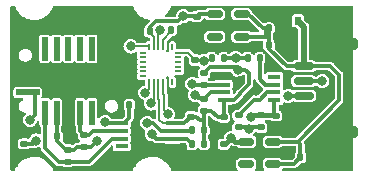
<source format=gbr>
G04 #@! TF.GenerationSoftware,KiCad,Pcbnew,(5.99.0-10394-g2e15de97e0)*
G04 #@! TF.CreationDate,2021-08-05T10:27:57+02:00*
G04 #@! TF.ProjectId,TFASPDIMU02A,54464153-5044-4494-9d55-3032412e6b69,rev?*
G04 #@! TF.SameCoordinates,Original*
G04 #@! TF.FileFunction,Copper,L2,Bot*
G04 #@! TF.FilePolarity,Positive*
%FSLAX46Y46*%
G04 Gerber Fmt 4.6, Leading zero omitted, Abs format (unit mm)*
G04 Created by KiCad (PCBNEW (5.99.0-10394-g2e15de97e0)) date 2021-08-05 10:27:57*
%MOMM*%
%LPD*%
G01*
G04 APERTURE LIST*
G04 Aperture macros list*
%AMRoundRect*
0 Rectangle with rounded corners*
0 $1 Rounding radius*
0 $2 $3 $4 $5 $6 $7 $8 $9 X,Y pos of 4 corners*
0 Add a 4 corners polygon primitive as box body*
4,1,4,$2,$3,$4,$5,$6,$7,$8,$9,$2,$3,0*
0 Add four circle primitives for the rounded corners*
1,1,$1+$1,$2,$3*
1,1,$1+$1,$4,$5*
1,1,$1+$1,$6,$7*
1,1,$1+$1,$8,$9*
0 Add four rect primitives between the rounded corners*
20,1,$1+$1,$2,$3,$4,$5,0*
20,1,$1+$1,$4,$5,$6,$7,0*
20,1,$1+$1,$6,$7,$8,$9,0*
20,1,$1+$1,$8,$9,$2,$3,0*%
%AMOutline4P*
0 Free polygon, 4 corners , with rotation*
0 The origin of the aperture is its center*
0 number of corners: always 4*
0 $1 to $8 corner X, Y*
0 $9 Rotation angle, in degrees counterclockwise*
0 create outline with 4 corners*
4,1,4,$1,$2,$3,$4,$5,$6,$7,$8,$1,$2,$9*%
G04 Aperture macros list end*
G04 #@! TA.AperFunction,SMDPad,CuDef*
%ADD10RoundRect,0.140000X-0.140000X-0.170000X0.140000X-0.170000X0.140000X0.170000X-0.140000X0.170000X0*%
G04 #@! TD*
G04 #@! TA.AperFunction,SMDPad,CuDef*
%ADD11RoundRect,0.135000X0.135000X0.185000X-0.135000X0.185000X-0.135000X-0.185000X0.135000X-0.185000X0*%
G04 #@! TD*
G04 #@! TA.AperFunction,SMDPad,CuDef*
%ADD12RoundRect,0.140000X-0.170000X0.140000X-0.170000X-0.140000X0.170000X-0.140000X0.170000X0.140000X0*%
G04 #@! TD*
G04 #@! TA.AperFunction,SMDPad,CuDef*
%ADD13RoundRect,0.140000X0.170000X-0.140000X0.170000X0.140000X-0.170000X0.140000X-0.170000X-0.140000X0*%
G04 #@! TD*
G04 #@! TA.AperFunction,SMDPad,CuDef*
%ADD14RoundRect,0.135000X-0.185000X0.135000X-0.185000X-0.135000X0.185000X-0.135000X0.185000X0.135000X0*%
G04 #@! TD*
G04 #@! TA.AperFunction,SMDPad,CuDef*
%ADD15RoundRect,0.135000X-0.135000X-0.185000X0.135000X-0.185000X0.135000X0.185000X-0.135000X0.185000X0*%
G04 #@! TD*
G04 #@! TA.AperFunction,SMDPad,CuDef*
%ADD16R,0.600000X0.700000*%
G04 #@! TD*
G04 #@! TA.AperFunction,SMDPad,CuDef*
%ADD17R,1.100000X0.400000*%
G04 #@! TD*
G04 #@! TA.AperFunction,SMDPad,CuDef*
%ADD18RoundRect,0.135000X0.185000X-0.135000X0.185000X0.135000X-0.185000X0.135000X-0.185000X-0.135000X0*%
G04 #@! TD*
G04 #@! TA.AperFunction,SMDPad,CuDef*
%ADD19Outline4P,-1.000000X-0.250000X1.000000X-0.250000X1.000000X0.250000X-1.000000X0.250000X180.000000*%
G04 #@! TD*
G04 #@! TA.AperFunction,SMDPad,CuDef*
%ADD20Outline4P,-1.000000X-0.250000X1.000000X-0.250000X1.000000X0.250000X-1.000000X0.250000X90.000000*%
G04 #@! TD*
G04 #@! TA.AperFunction,SMDPad,CuDef*
%ADD21Outline4P,-0.900000X-0.450000X0.900000X-0.450000X0.900000X0.450000X-0.900000X0.450000X180.000000*%
G04 #@! TD*
G04 #@! TA.AperFunction,SMDPad,CuDef*
%ADD22RoundRect,0.150000X-0.700000X0.150000X-0.700000X-0.150000X0.700000X-0.150000X0.700000X0.150000X0*%
G04 #@! TD*
G04 #@! TA.AperFunction,SMDPad,CuDef*
%ADD23RoundRect,0.250000X-1.100000X0.250000X-1.100000X-0.250000X1.100000X-0.250000X1.100000X0.250000X0*%
G04 #@! TD*
G04 #@! TA.AperFunction,SMDPad,CuDef*
%ADD24RoundRect,0.140000X0.140000X0.170000X-0.140000X0.170000X-0.140000X-0.170000X0.140000X-0.170000X0*%
G04 #@! TD*
G04 #@! TA.AperFunction,SMDPad,CuDef*
%ADD25RoundRect,0.150000X0.512500X0.150000X-0.512500X0.150000X-0.512500X-0.150000X0.512500X-0.150000X0*%
G04 #@! TD*
G04 #@! TA.AperFunction,SMDPad,CuDef*
%ADD26RoundRect,0.050000X-0.225000X-0.050000X0.225000X-0.050000X0.225000X0.050000X-0.225000X0.050000X0*%
G04 #@! TD*
G04 #@! TA.AperFunction,SMDPad,CuDef*
%ADD27RoundRect,0.050000X-0.050000X0.225000X-0.050000X-0.225000X0.050000X-0.225000X0.050000X0.225000X0*%
G04 #@! TD*
G04 #@! TA.AperFunction,ViaPad*
%ADD28C,0.800000*%
G04 #@! TD*
G04 #@! TA.AperFunction,Conductor*
%ADD29C,0.200000*%
G04 #@! TD*
G04 #@! TA.AperFunction,Conductor*
%ADD30C,0.400000*%
G04 #@! TD*
G04 #@! TA.AperFunction,Conductor*
%ADD31C,0.300000*%
G04 #@! TD*
G04 #@! TA.AperFunction,Conductor*
%ADD32C,0.500000*%
G04 #@! TD*
G04 APERTURE END LIST*
D10*
X25047000Y1651000D03*
X26007000Y1651000D03*
D11*
X21592000Y10033000D03*
X20572000Y10033000D03*
D12*
X15748000Y6068000D03*
X15748000Y5108000D03*
D13*
X16129000Y9906000D03*
X16129000Y10866000D03*
D14*
X16891000Y8765000D03*
X16891000Y7745000D03*
D10*
X22380000Y11176000D03*
X23340000Y11176000D03*
X10569000Y6096000D03*
X11529000Y6096000D03*
D15*
X17524000Y10033000D03*
X18544000Y10033000D03*
D16*
X24827000Y13208000D03*
X26227000Y13208000D03*
D13*
X18542000Y4092000D03*
X18542000Y5052000D03*
D12*
X22987000Y5179000D03*
X22987000Y4219000D03*
D17*
X14215000Y4531000D03*
X14215000Y3881000D03*
X14215000Y3231000D03*
X14215000Y2581000D03*
X9915000Y2581000D03*
X9915000Y3231000D03*
X9915000Y3881000D03*
X9915000Y4531000D03*
D18*
X1651000Y2792000D03*
X1651000Y3812000D03*
D14*
X19812000Y5209000D03*
X19812000Y4189000D03*
D10*
X22380000Y12573000D03*
X23340000Y12573000D03*
D14*
X21717000Y5209000D03*
X21717000Y4189000D03*
D19*
X8850000Y9150000D03*
X8850000Y8150000D03*
X8850000Y7150000D03*
D20*
X7400000Y5450000D03*
X6400000Y5450000D03*
X5400000Y5450000D03*
X4400000Y5450000D03*
X3400000Y5450000D03*
D19*
X1950000Y7150000D03*
X1950000Y8150000D03*
X1950000Y9150000D03*
D20*
X3400000Y10850000D03*
X4400000Y10850000D03*
X5400000Y10850000D03*
X6400000Y10850000D03*
X7400000Y10850000D03*
D21*
X5400000Y9000000D03*
X5400000Y7300000D03*
D22*
X25328000Y9375000D03*
X25328000Y8125000D03*
X25328000Y6875000D03*
X25328000Y5625000D03*
D23*
X28528000Y3775000D03*
X28528000Y11225000D03*
D24*
X12291000Y12319000D03*
X11331000Y12319000D03*
D10*
X14125000Y12446000D03*
X15085000Y12446000D03*
D11*
X16893000Y2794000D03*
X15873000Y2794000D03*
D10*
X4473000Y3429000D03*
X5433000Y3429000D03*
D12*
X16256000Y13561000D03*
X16256000Y12601000D03*
D18*
X16891000Y5586000D03*
X16891000Y6606000D03*
D14*
X5334000Y2288000D03*
X5334000Y1268000D03*
D17*
X18551000Y6518000D03*
X18551000Y7168000D03*
X18551000Y7818000D03*
X18551000Y8468000D03*
X22851000Y8468000D03*
X22851000Y7818000D03*
X22851000Y7168000D03*
X22851000Y6518000D03*
D18*
X6731000Y2536000D03*
X6731000Y3556000D03*
D25*
X20060500Y13777000D03*
X20060500Y12827000D03*
X20060500Y11877000D03*
X17785500Y11877000D03*
X17785500Y13777000D03*
D11*
X16893000Y3937000D03*
X15873000Y3937000D03*
D25*
X22727500Y2982000D03*
X22727500Y2032000D03*
X22727500Y1082000D03*
X20452500Y1082000D03*
X20452500Y2982000D03*
D12*
X18542000Y2766000D03*
X18542000Y1806000D03*
D26*
X11708000Y8525000D03*
X11708000Y8925000D03*
X11708000Y9325000D03*
X11708000Y9725000D03*
X11708000Y10125000D03*
X11708000Y10525000D03*
D27*
X12208000Y11025000D03*
X12608000Y11025000D03*
X13008000Y11025000D03*
X13408000Y11025000D03*
X13808000Y11025000D03*
X14208000Y11025000D03*
D26*
X14708000Y10525000D03*
X14708000Y10125000D03*
X14708000Y9725000D03*
X14708000Y9325000D03*
X14708000Y8925000D03*
X14708000Y8525000D03*
D27*
X14208000Y8025000D03*
X13808000Y8025000D03*
X13408000Y8025000D03*
X13008000Y8025000D03*
X12608000Y8025000D03*
X12208000Y8025000D03*
D28*
X8890000Y11684000D03*
X27559000Y12700000D03*
X21336000Y11049000D03*
X28829000Y9779000D03*
X1270000Y12700000D03*
X27559000Y13716000D03*
X8382000Y1016000D03*
X27432000Y1397000D03*
X28067000Y5080000D03*
X19858561Y8078471D03*
X5080000Y13843000D03*
X14859000Y1143000D03*
X11303000Y3810000D03*
X29083000Y7366000D03*
X27432000Y2413000D03*
X1016000Y4953000D03*
X29083000Y8636000D03*
X15875000Y8890000D03*
X28702000Y12700000D03*
X8890000Y12700000D03*
X21300000Y7300000D03*
X10541000Y1016000D03*
X1270000Y11684000D03*
X28829000Y2413000D03*
X17526000Y1143000D03*
X29083000Y6096000D03*
X1016000Y1651000D03*
X15113000Y11303000D03*
X24638000Y4191000D03*
X2540000Y12700000D03*
X24384000Y10795000D03*
X26162000Y2921000D03*
X17780000Y3429000D03*
X5080000Y12700000D03*
X27432000Y6985000D03*
X26289000Y11811000D03*
X16256000Y1143000D03*
X9525000Y1016000D03*
X24384000Y11811000D03*
X26289000Y10668000D03*
X3810000Y12700000D03*
X22600000Y9400000D03*
X28702000Y13716000D03*
X14732000Y5715000D03*
X29083000Y5080000D03*
X28829000Y1397000D03*
X24100000Y2100000D03*
X16868069Y9802021D03*
X20887970Y5064889D03*
X19200000Y3302000D03*
X7852166Y3069834D03*
X8509000Y4630500D03*
X19751942Y9072271D03*
X15113000Y13589000D03*
X13170500Y12428036D03*
X20682203Y4086796D03*
X26900000Y8100000D03*
X19554163Y10052010D03*
X24003000Y6858000D03*
X15875000Y7890497D03*
X11908500Y7136400D03*
X16144950Y6928140D03*
X12408511Y6223000D03*
X12465944Y3619102D03*
X13807511Y5334000D03*
X12065000Y4572000D03*
X10668000Y11049000D03*
X2159000Y4826000D03*
X2650500Y3076042D03*
D29*
X14450000Y11811000D02*
X15085000Y12446000D01*
X13808000Y11401368D02*
X14217632Y11811000D01*
X13808000Y11025000D02*
X13808000Y11401368D01*
X14708000Y8525000D02*
X15510000Y8525000D01*
X15510000Y8525000D02*
X15875000Y8890000D01*
D30*
X23976542Y2032000D02*
X23977167Y2031375D01*
X22727500Y2032000D02*
X23976542Y2032000D01*
D31*
X21200000Y7300000D02*
X21300000Y7300000D01*
D29*
X14217632Y11811000D02*
X14450000Y11811000D01*
D31*
X21844000Y12573000D02*
X20640000Y13777000D01*
X24323000Y2982000D02*
X23937000Y2982000D01*
X20640000Y13777000D02*
X20060500Y13777000D01*
D32*
X25328000Y12707000D02*
X24827000Y13208000D01*
D31*
X23937000Y2982000D02*
X22727500Y2982000D01*
X24478000Y1082000D02*
X22727500Y1082000D01*
X22098000Y12573000D02*
X21844000Y12573000D01*
X25047000Y1651000D02*
X24478000Y1082000D01*
X22380000Y11176000D02*
X22380000Y10866000D01*
X23871000Y9375000D02*
X25328000Y9375000D01*
X24826000Y2982000D02*
X25047000Y2761000D01*
X22126000Y12037000D02*
X22380000Y12037000D01*
X24826000Y2982000D02*
X24323000Y2982000D01*
D32*
X25328000Y9375000D02*
X25328000Y12707000D01*
D31*
X22380000Y11839000D02*
X22380000Y11176000D01*
X22380000Y10866000D02*
X23871000Y9375000D01*
X25047000Y2761000D02*
X25047000Y1651000D01*
X22380000Y12573000D02*
X22380000Y12037000D01*
X22098000Y12065000D02*
X22126000Y12037000D01*
X27582000Y9375000D02*
X28321000Y8636000D01*
X28321000Y8636000D02*
X28321000Y6477000D01*
X22380000Y12037000D02*
X22380000Y11839000D01*
X28321000Y6477000D02*
X24826000Y2982000D01*
X22380000Y12573000D02*
X22098000Y12573000D01*
X20060500Y11877000D02*
X22342000Y11877000D01*
X22098000Y12573000D02*
X22098000Y12065000D01*
X25328000Y9375000D02*
X27582000Y9375000D01*
X22342000Y11877000D02*
X22380000Y11839000D01*
X5888000Y2288000D02*
X5334000Y2288000D01*
D30*
X19520000Y2982000D02*
X19200000Y3302000D01*
D31*
X8608500Y4531000D02*
X8509000Y4630500D01*
D30*
X21717000Y5209000D02*
X22957000Y5209000D01*
X21717000Y5209000D02*
X21032081Y5209000D01*
D31*
X5212000Y2288000D02*
X4473000Y3027000D01*
D30*
X18664000Y2766000D02*
X19200000Y3302000D01*
D29*
X14708000Y10525000D02*
X15510000Y10525000D01*
D31*
X6731000Y2536000D02*
X7318332Y2536000D01*
X5334000Y2288000D02*
X5212000Y2288000D01*
X4473000Y3429000D02*
X4473000Y3027000D01*
X9915000Y4531000D02*
X10119000Y4531000D01*
D29*
X15510000Y10525000D02*
X16129000Y9906000D01*
D31*
X10119000Y4531000D02*
X10569000Y4981000D01*
X6731000Y2536000D02*
X6136000Y2536000D01*
D30*
X20452500Y2982000D02*
X19520000Y2982000D01*
X21032081Y5209000D02*
X20887970Y5064889D01*
X18542000Y2766000D02*
X18664000Y2766000D01*
D31*
X22851000Y6518000D02*
X22851000Y5315000D01*
D30*
X22957000Y5209000D02*
X22987000Y5179000D01*
D31*
X10569000Y4981000D02*
X10569000Y6096000D01*
X6136000Y2536000D02*
X5888000Y2288000D01*
D29*
X16129000Y9906000D02*
X17397000Y9906000D01*
X16764090Y9906000D02*
X16868069Y9802021D01*
D31*
X4400000Y5550000D02*
X4400000Y3502000D01*
D29*
X16129000Y9906000D02*
X16764090Y9906000D01*
D31*
X9915000Y4531000D02*
X8608500Y4531000D01*
X7318332Y2536000D02*
X7852166Y3069834D01*
X22851000Y5315000D02*
X22987000Y5179000D01*
D29*
X17397000Y9906000D02*
X17524000Y10033000D01*
D31*
X16893000Y4793000D02*
X16891000Y4795000D01*
X14215000Y4531000D02*
X15171000Y4531000D01*
X18542000Y5052000D02*
X18542000Y6509000D01*
X12291000Y12657813D02*
X12291000Y12319000D01*
X16228000Y13589000D02*
X16256000Y13561000D01*
D29*
X13008000Y6607005D02*
X13108011Y6506994D01*
D31*
X20391729Y9072271D02*
X19751942Y9072271D01*
X15171000Y4531000D02*
X15748000Y5108000D01*
X19418000Y6518000D02*
X19950000Y7050000D01*
X16891000Y4795000D02*
X16891000Y5586000D01*
X18551000Y6518000D02*
X18551000Y5597000D01*
X20701000Y7860956D02*
X20701000Y8763000D01*
X18540000Y5586000D02*
X18551000Y5597000D01*
X16505000Y4795000D02*
X16192000Y5108000D01*
X18551000Y5061000D02*
X18542000Y5052000D01*
X16893000Y5093000D02*
X16893000Y5233000D01*
X19950000Y7050000D02*
X19950000Y7109956D01*
X16893000Y2794000D02*
X16893000Y3937000D01*
D29*
X13008000Y8025000D02*
X13008000Y6607005D01*
D31*
X17397000Y9271000D02*
X19558000Y9271000D01*
X15748000Y5108000D02*
X16192000Y5108000D01*
X16891000Y4795000D02*
X16505000Y4795000D01*
X18048000Y5052000D02*
X18542000Y5052000D01*
X17785500Y13777000D02*
X16472000Y13777000D01*
D29*
X13108011Y6506994D02*
X13108011Y4798989D01*
D31*
X14701547Y13177547D02*
X12810734Y13177547D01*
X16893000Y4793000D02*
X16893000Y5093000D01*
X18551000Y6518000D02*
X19418000Y6518000D01*
X19950000Y7109956D02*
X20701000Y7860956D01*
X12810734Y13177547D02*
X12291000Y12657813D01*
X18551000Y5597000D02*
X18551000Y5061000D01*
X16472000Y13777000D02*
X16256000Y13561000D01*
X16891000Y5586000D02*
X17514000Y5586000D01*
X16891000Y8765000D02*
X17397000Y9271000D01*
X16893000Y3937000D02*
X16893000Y4793000D01*
X15113000Y13589000D02*
X14701547Y13177547D01*
X20701000Y8763000D02*
X20391729Y9072271D01*
X17246000Y5586000D02*
X16891000Y5586000D01*
D29*
X12608000Y11825501D02*
X12291000Y12142501D01*
X13376000Y4531000D02*
X13108011Y4798989D01*
D31*
X15113000Y13589000D02*
X16228000Y13589000D01*
X17514000Y5586000D02*
X18048000Y5052000D01*
X18542000Y6509000D02*
X18551000Y6518000D01*
D29*
X12608000Y11025000D02*
X12608000Y11825501D01*
X14215000Y4531000D02*
X13376000Y4531000D01*
X12291000Y12142501D02*
X12291000Y12319000D01*
D31*
X19558000Y9271000D02*
X19939000Y8890000D01*
D29*
X14125000Y12315287D02*
X13408000Y11598287D01*
X13408000Y11598287D02*
X13408000Y11025000D01*
X14125000Y12446000D02*
X14125000Y12315287D01*
X13008000Y12265536D02*
X13008000Y11025000D01*
X13170500Y12428036D02*
X13008000Y12265536D01*
D31*
X19812000Y4189000D02*
X20579999Y4189000D01*
X20784407Y4189000D02*
X20682203Y4086796D01*
X20579999Y4189000D02*
X20682203Y4086796D01*
X21717000Y4189000D02*
X20784407Y4189000D01*
X25328000Y8125000D02*
X26875000Y8125000D01*
X26875000Y8125000D02*
X26900000Y8100000D01*
X19812000Y10033000D02*
X18544000Y10033000D01*
X25328000Y6875000D02*
X24020000Y6875000D01*
X20572000Y10033000D02*
X19573173Y10033000D01*
X24020000Y6875000D02*
X24003000Y6858000D01*
X19573173Y10033000D02*
X19554163Y10052010D01*
X16020497Y7745000D02*
X16891000Y7745000D01*
D29*
X11908500Y7136400D02*
X12208000Y7435900D01*
D31*
X15875000Y7890497D02*
X16020497Y7745000D01*
X18478000Y7745000D02*
X16891000Y7745000D01*
X18551000Y7818000D02*
X18478000Y7745000D01*
D29*
X12208000Y7435900D02*
X12208000Y8025000D01*
D31*
X17453000Y7168000D02*
X16891000Y6606000D01*
X16799480Y6697520D02*
X16891000Y6606000D01*
D29*
X12408511Y6223000D02*
X12608000Y6422489D01*
D31*
X16144950Y6928140D02*
X16375570Y6697520D01*
X18551000Y7168000D02*
X17453000Y7168000D01*
X16375570Y6697520D02*
X16799480Y6697520D01*
D29*
X12608000Y6422489D02*
X12608000Y8025000D01*
D31*
X3400000Y2442000D02*
X4574000Y1268000D01*
X4574000Y1268000D02*
X5334000Y1268000D01*
X5334000Y1268000D02*
X7110286Y1268000D01*
X7110286Y1268000D02*
X9073286Y3231000D01*
X9073286Y3231000D02*
X9915000Y3231000D01*
X3400000Y5550000D02*
X3400000Y2442000D01*
X9915000Y3881000D02*
X8181000Y3881000D01*
X6400000Y3887000D02*
X6406000Y3881000D01*
X7481000Y3881000D02*
X7156000Y3556000D01*
X6406000Y3881000D02*
X6731000Y3556000D01*
X8181000Y3881000D02*
X7481000Y3881000D01*
X7156000Y3556000D02*
X6731000Y3556000D01*
X6400000Y5550000D02*
X6400000Y3887000D01*
D29*
X13507531Y6939469D02*
X13408000Y7039000D01*
X13507531Y5633980D02*
X13507531Y6939469D01*
X13807511Y5334000D02*
X13507531Y5633980D01*
D31*
X12854046Y3231000D02*
X14215000Y3231000D01*
X14215000Y3231000D02*
X15436000Y3231000D01*
D29*
X13408000Y7039000D02*
X13408000Y8025000D01*
D31*
X12465944Y3619102D02*
X12854046Y3231000D01*
X15436000Y3231000D02*
X15873000Y2794000D01*
D29*
X10668000Y11049000D02*
X12184000Y11049000D01*
D31*
X15817000Y3881000D02*
X15873000Y3937000D01*
X14215000Y3881000D02*
X13264000Y3881000D01*
X13264000Y3881000D02*
X12573000Y4572000D01*
X14215000Y3881000D02*
X15817000Y3881000D01*
D29*
X12184000Y11049000D02*
X12208000Y11025000D01*
D31*
X12573000Y4572000D02*
X12065000Y4572000D01*
X19812000Y5209000D02*
X21153499Y6550499D01*
X21153499Y6550499D02*
X21610455Y6550499D01*
X21610455Y6550499D02*
X22227956Y7168000D01*
X22227956Y7168000D02*
X22851000Y7168000D01*
X22027000Y7818000D02*
X22851000Y7818000D01*
X21592000Y8253000D02*
X22027000Y7818000D01*
X21592000Y10033000D02*
X21592000Y8253000D01*
X2159000Y4826000D02*
X2540000Y5207000D01*
X2502000Y7150000D02*
X2540000Y7112000D01*
X1950000Y7150000D02*
X2502000Y7150000D01*
X2540000Y7112000D02*
X2540000Y5207000D01*
X2366458Y2792000D02*
X2650500Y3076042D01*
X1651000Y2792000D02*
X2366458Y2792000D01*
G04 #@! TA.AperFunction,Conductor*
G36*
X861081Y14481093D02*
G01*
X896636Y14432823D01*
X931244Y14330869D01*
X984971Y14227440D01*
X1044420Y14112997D01*
X1050508Y14101277D01*
X1203128Y13892366D01*
X1385591Y13708945D01*
X1388610Y13706715D01*
X1388616Y13706710D01*
X1585851Y13561031D01*
X1593700Y13555234D01*
X1689857Y13504643D01*
X1819337Y13436519D01*
X1819342Y13436517D01*
X1822664Y13434769D01*
X1826219Y13433542D01*
X1826220Y13433541D01*
X1922785Y13400197D01*
X2067216Y13350325D01*
X2070913Y13349650D01*
X2070920Y13349648D01*
X2282393Y13311027D01*
X2321727Y13303843D01*
X2404595Y13299500D01*
X2565729Y13299500D01*
X2642768Y13305360D01*
X2754221Y13313838D01*
X2754227Y13313839D01*
X2757975Y13314124D01*
X3010014Y13372543D01*
X3250316Y13468414D01*
X3473352Y13599530D01*
X3528898Y13644751D01*
X3657881Y13749760D01*
X3673989Y13762874D01*
X3788789Y13889703D01*
X3845086Y13951899D01*
X3845089Y13951903D01*
X3847609Y13954687D01*
X3959462Y14123998D01*
X3988146Y14167417D01*
X3988146Y14167418D01*
X3990219Y14170555D01*
X4004666Y14201892D01*
X4032990Y14263333D01*
X4098534Y14405510D01*
X4105111Y14428373D01*
X4139370Y14479067D01*
X4200252Y14500000D01*
X10802890Y14500000D01*
X10861081Y14481093D01*
X10896636Y14432823D01*
X10931244Y14330869D01*
X10984971Y14227440D01*
X11044420Y14112997D01*
X11050508Y14101277D01*
X11203128Y13892366D01*
X11385591Y13708945D01*
X11388610Y13706715D01*
X11388616Y13706710D01*
X11585851Y13561031D01*
X11593700Y13555234D01*
X11689857Y13504643D01*
X11819337Y13436519D01*
X11819342Y13436517D01*
X11822664Y13434769D01*
X11826219Y13433542D01*
X11826220Y13433541D01*
X11922785Y13400197D01*
X12067216Y13350325D01*
X12070923Y13349648D01*
X12237179Y13319284D01*
X12291026Y13290230D01*
X12317511Y13235074D01*
X12306518Y13174884D01*
X12289396Y13151891D01*
X12077572Y12940067D01*
X12061271Y12926904D01*
X12051744Y12920752D01*
X12046678Y12914326D01*
X12046676Y12914324D01*
X12031102Y12894569D01*
X12027430Y12890436D01*
X12027448Y12890421D01*
X12024797Y12887292D01*
X12021918Y12884413D01*
X12019549Y12881097D01*
X12019545Y12881093D01*
X12011841Y12870312D01*
X12009057Y12866603D01*
X11979473Y12829076D01*
X11976907Y12821770D01*
X11976254Y12820513D01*
X11971751Y12814211D01*
X11969407Y12806372D01*
X11965809Y12799027D01*
X11964665Y12799587D01*
X11938431Y12759688D01*
X11936418Y12757999D01*
X11928917Y12753668D01*
X11923350Y12747034D01*
X11923348Y12747032D01*
X11901337Y12720800D01*
X11851788Y12661750D01*
X11810749Y12548995D01*
X11810500Y12546149D01*
X11810500Y12120643D01*
X11811250Y12116390D01*
X11822154Y12054552D01*
X11826336Y12030832D01*
X11830666Y12023332D01*
X11830667Y12023330D01*
X11833762Y12017970D01*
X11886332Y11926917D01*
X11978250Y11849788D01*
X12091005Y11808749D01*
X12093851Y11808500D01*
X12159022Y11808500D01*
X12217213Y11789593D01*
X12229026Y11779504D01*
X12278504Y11730026D01*
X12306281Y11675509D01*
X12307500Y11660022D01*
X12307500Y11599500D01*
X12288593Y11541309D01*
X12239093Y11505345D01*
X12208500Y11500500D01*
X12132863Y11500500D01*
X12060224Y11486051D01*
X11977334Y11430666D01*
X11971915Y11422556D01*
X11952500Y11393499D01*
X11904450Y11355619D01*
X11870184Y11349500D01*
X11242926Y11349500D01*
X11184735Y11368407D01*
X11164384Y11388232D01*
X11162516Y11390667D01*
X11096153Y11477153D01*
X10970750Y11573378D01*
X10824715Y11633868D01*
X10668000Y11654500D01*
X10511285Y11633868D01*
X10365250Y11573378D01*
X10239847Y11477153D01*
X10143622Y11351750D01*
X10083132Y11205715D01*
X10062500Y11049000D01*
X10083132Y10892285D01*
X10143622Y10746250D01*
X10239847Y10620847D01*
X10365250Y10524622D01*
X10511285Y10464132D01*
X10668000Y10443500D01*
X10824715Y10464132D01*
X10970750Y10524622D01*
X11073233Y10603260D01*
X11130908Y10623684D01*
X11189574Y10606307D01*
X11226822Y10557765D01*
X11232500Y10524718D01*
X11232500Y10449863D01*
X11236576Y10429371D01*
X11244879Y10387632D01*
X11246949Y10377224D01*
X11252369Y10369113D01*
X11254947Y10362889D01*
X11259749Y10301892D01*
X11254947Y10287111D01*
X11252369Y10280887D01*
X11246949Y10272776D01*
X11245047Y10263213D01*
X11245046Y10263211D01*
X11241694Y10246356D01*
X11232500Y10200137D01*
X11232500Y10049863D01*
X11238336Y10020525D01*
X11244104Y9991529D01*
X11246949Y9977224D01*
X11252369Y9969113D01*
X11254947Y9962889D01*
X11259749Y9901892D01*
X11254947Y9887111D01*
X11252369Y9880887D01*
X11246949Y9872776D01*
X11245047Y9863213D01*
X11245046Y9863211D01*
X11241901Y9847399D01*
X11232500Y9800137D01*
X11232500Y9649863D01*
X11238575Y9619324D01*
X11243653Y9593796D01*
X11246949Y9577224D01*
X11252369Y9569113D01*
X11254947Y9562889D01*
X11259749Y9501892D01*
X11254947Y9487111D01*
X11252369Y9480887D01*
X11246949Y9472776D01*
X11232500Y9400137D01*
X11232500Y9249863D01*
X11246949Y9177224D01*
X11252369Y9169113D01*
X11254947Y9162889D01*
X11259749Y9101892D01*
X11254947Y9087111D01*
X11252369Y9080887D01*
X11246949Y9072776D01*
X11245047Y9063213D01*
X11245046Y9063211D01*
X11244541Y9060670D01*
X11232500Y9000137D01*
X11232500Y8849863D01*
X11233861Y8843022D01*
X11243772Y8793197D01*
X11246949Y8777224D01*
X11252369Y8769113D01*
X11254947Y8762889D01*
X11259749Y8701892D01*
X11254947Y8687111D01*
X11252369Y8680887D01*
X11246949Y8672776D01*
X11245047Y8663213D01*
X11245046Y8663211D01*
X11241298Y8644366D01*
X11232500Y8600137D01*
X11232500Y8449863D01*
X11246949Y8377224D01*
X11302334Y8294334D01*
X11310444Y8288915D01*
X11334475Y8272858D01*
X11385224Y8238949D01*
X11457863Y8224500D01*
X11808500Y8224500D01*
X11866691Y8205593D01*
X11902655Y8156093D01*
X11907500Y8125500D01*
X11907500Y7828589D01*
X11888593Y7770398D01*
X11839093Y7734434D01*
X11821422Y7730436D01*
X11801287Y7727785D01*
X11751785Y7721268D01*
X11605750Y7660778D01*
X11480347Y7564553D01*
X11384122Y7439150D01*
X11323632Y7293115D01*
X11314651Y7224895D01*
X11304443Y7147357D01*
X11303000Y7136400D01*
X11323632Y6979685D01*
X11384122Y6833650D01*
X11480347Y6708247D01*
X11605750Y6612022D01*
X11711610Y6568173D01*
X11742119Y6555536D01*
X11751785Y6551532D01*
X11759505Y6550516D01*
X11760341Y6550117D01*
X11764486Y6549006D01*
X11764280Y6548238D01*
X11814728Y6524172D01*
X11843921Y6470401D01*
X11838042Y6414477D01*
X11829276Y6393313D01*
X11823643Y6379715D01*
X11807055Y6253718D01*
X11804835Y6236851D01*
X11803011Y6223000D01*
X11823643Y6066285D01*
X11884133Y5920250D01*
X11980358Y5794847D01*
X12105761Y5698622D01*
X12251796Y5638132D01*
X12408511Y5617500D01*
X12565226Y5638132D01*
X12670625Y5681790D01*
X12731622Y5686591D01*
X12783791Y5654622D01*
X12807206Y5598094D01*
X12807511Y5590326D01*
X12807511Y5001010D01*
X12788604Y4942819D01*
X12739104Y4906855D01*
X12675709Y4907602D01*
X12639995Y4920144D01*
X12639989Y4920145D01*
X12634121Y4922206D01*
X12630727Y4922500D01*
X12628588Y4922500D01*
X12626455Y4922592D01*
X12626462Y4922751D01*
X12623420Y4922942D01*
X12617556Y4924696D01*
X12609382Y4924375D01*
X12607816Y4924313D01*
X12604220Y4924172D01*
X12545333Y4940780D01*
X12521794Y4962827D01*
X12493153Y5000153D01*
X12367750Y5096378D01*
X12221715Y5156868D01*
X12065000Y5177500D01*
X11908285Y5156868D01*
X11762250Y5096378D01*
X11636847Y5000153D01*
X11540622Y4874750D01*
X11496834Y4769037D01*
X11488283Y4748392D01*
X11480132Y4728715D01*
X11459500Y4572000D01*
X11480132Y4415285D01*
X11540622Y4269250D01*
X11636847Y4143847D01*
X11762250Y4047622D01*
X11815309Y4025644D01*
X11868308Y4003691D01*
X11914834Y3963954D01*
X11929117Y3904459D01*
X11921886Y3874341D01*
X11889413Y3795945D01*
X11881076Y3775817D01*
X11860444Y3619102D01*
X11881076Y3462387D01*
X11941566Y3316352D01*
X12037791Y3190949D01*
X12163194Y3094724D01*
X12261387Y3054051D01*
X12299831Y3038127D01*
X12309229Y3034234D01*
X12465944Y3013602D01*
X12510265Y3019437D01*
X12570426Y3008287D01*
X12590680Y2992405D01*
X12591107Y2991744D01*
X12597534Y2986677D01*
X12597539Y2986672D01*
X12617290Y2971102D01*
X12621423Y2967430D01*
X12621438Y2967448D01*
X12624567Y2964797D01*
X12627446Y2961918D01*
X12630762Y2959549D01*
X12630766Y2959545D01*
X12641547Y2951841D01*
X12645256Y2949057D01*
X12682783Y2919473D01*
X12690094Y2916905D01*
X12691342Y2916257D01*
X12697648Y2911751D01*
X12743426Y2898061D01*
X12747854Y2896622D01*
X12787050Y2882857D01*
X12787051Y2882857D01*
X12792925Y2880794D01*
X12796319Y2880500D01*
X12798458Y2880500D01*
X12800591Y2880408D01*
X12800584Y2880249D01*
X12803626Y2880058D01*
X12809490Y2878304D01*
X12817664Y2878625D01*
X12817665Y2878625D01*
X12863460Y2880424D01*
X12867346Y2880500D01*
X13497425Y2880500D01*
X13552426Y2863816D01*
X13570028Y2852055D01*
X13586359Y2841143D01*
X13665000Y2825500D01*
X14765000Y2825500D01*
X14843641Y2841143D01*
X14859972Y2852055D01*
X14877574Y2863816D01*
X14932575Y2880500D01*
X15249811Y2880500D01*
X15308002Y2861593D01*
X15319814Y2851504D01*
X15373503Y2797816D01*
X15401281Y2743300D01*
X15402500Y2727812D01*
X15402500Y2580644D01*
X15418035Y2492542D01*
X15422365Y2485043D01*
X15422365Y2485042D01*
X15440720Y2453250D01*
X15477162Y2390131D01*
X15567750Y2314118D01*
X15600058Y2302359D01*
X15672775Y2275892D01*
X15672778Y2275891D01*
X15678873Y2273673D01*
X15680850Y2273500D01*
X16036356Y2273500D01*
X16124458Y2289035D01*
X16136848Y2296188D01*
X16219371Y2343833D01*
X16226869Y2348162D01*
X16302882Y2438750D01*
X16302935Y2438895D01*
X16344850Y2476636D01*
X16405700Y2483033D01*
X16458688Y2452441D01*
X16470854Y2435696D01*
X16492830Y2397633D01*
X16492832Y2397630D01*
X16497162Y2390131D01*
X16587750Y2314118D01*
X16620058Y2302359D01*
X16692775Y2275892D01*
X16692778Y2275891D01*
X16698873Y2273673D01*
X16700850Y2273500D01*
X17056356Y2273500D01*
X17144458Y2289035D01*
X17156848Y2296188D01*
X17239371Y2343833D01*
X17246869Y2348162D01*
X17322882Y2438750D01*
X17338442Y2481500D01*
X17361108Y2543775D01*
X17361109Y2543778D01*
X17363327Y2549873D01*
X17363500Y2551850D01*
X17363500Y3007356D01*
X17347965Y3095458D01*
X17330264Y3126118D01*
X17293167Y3190371D01*
X17288838Y3197869D01*
X17278865Y3206238D01*
X17246441Y3258125D01*
X17243500Y3282076D01*
X17243500Y3451114D01*
X17262407Y3509305D01*
X17266662Y3514750D01*
X17306660Y3562418D01*
X17322882Y3581750D01*
X17341339Y3632461D01*
X17361108Y3686775D01*
X17361109Y3686778D01*
X17363327Y3692873D01*
X17363500Y3694850D01*
X17363500Y4150356D01*
X17347965Y4238458D01*
X17341244Y4250100D01*
X17293167Y4333371D01*
X17288838Y4340869D01*
X17278865Y4349238D01*
X17246441Y4401125D01*
X17243500Y4425076D01*
X17243500Y4744330D01*
X17245718Y4765167D01*
X17246383Y4768253D01*
X17246383Y4768257D01*
X17248105Y4776254D01*
X17245405Y4799067D01*
X17245274Y4807424D01*
X17244698Y4814740D01*
X17245404Y4822892D01*
X17243654Y4829939D01*
X17243500Y4833851D01*
X17243500Y5103347D01*
X17262407Y5161538D01*
X17281795Y5178995D01*
X17280731Y5180263D01*
X17287364Y5185829D01*
X17291891Y5188443D01*
X17292612Y5188734D01*
X17292999Y5189082D01*
X17294869Y5190162D01*
X17294871Y5190164D01*
X17295113Y5189745D01*
X17345897Y5210264D01*
X17405265Y5195463D01*
X17422809Y5181509D01*
X17765746Y4838572D01*
X17778909Y4822271D01*
X17785061Y4812744D01*
X17791487Y4807678D01*
X17791489Y4807676D01*
X17811244Y4792102D01*
X17815377Y4788430D01*
X17815392Y4788448D01*
X17818521Y4785797D01*
X17821400Y4782918D01*
X17824716Y4780549D01*
X17824720Y4780545D01*
X17835501Y4772841D01*
X17839210Y4770057D01*
X17876737Y4740473D01*
X17884048Y4737905D01*
X17885296Y4737257D01*
X17891602Y4732751D01*
X17937380Y4719061D01*
X17941808Y4717622D01*
X17981004Y4703857D01*
X17981005Y4703857D01*
X17986879Y4701794D01*
X17990273Y4701500D01*
X17992412Y4701500D01*
X17994545Y4701408D01*
X17994538Y4701249D01*
X17997580Y4701058D01*
X18003444Y4699304D01*
X18011618Y4699625D01*
X18011619Y4699625D01*
X18053780Y4701281D01*
X18112668Y4684672D01*
X18121301Y4678195D01*
X18158082Y4647332D01*
X18199250Y4612788D01*
X18236600Y4599194D01*
X18302727Y4575126D01*
X18312005Y4571749D01*
X18314851Y4571500D01*
X18740357Y4571500D01*
X18793537Y4580877D01*
X18821639Y4585832D01*
X18821640Y4585832D01*
X18830168Y4587336D01*
X18837668Y4591666D01*
X18837670Y4591667D01*
X18926578Y4642999D01*
X18934083Y4647332D01*
X19011212Y4739250D01*
X19045644Y4833851D01*
X19050032Y4845908D01*
X19050032Y4845909D01*
X19052251Y4852005D01*
X19052500Y4854851D01*
X19052500Y5220357D01*
X19036664Y5310168D01*
X19022905Y5334000D01*
X18984135Y5401150D01*
X18976668Y5414083D01*
X18936862Y5447484D01*
X18904441Y5499371D01*
X18901500Y5523321D01*
X18901500Y5539551D01*
X18901942Y5546580D01*
X18903696Y5552444D01*
X18902290Y5588251D01*
X18901576Y5606414D01*
X18901500Y5610300D01*
X18901500Y6013500D01*
X18920407Y6071691D01*
X18969907Y6107655D01*
X19000500Y6112500D01*
X19101000Y6112500D01*
X19179641Y6128143D01*
X19213573Y6150816D01*
X19268575Y6167500D01*
X19369326Y6167500D01*
X19390162Y6165282D01*
X19393252Y6164617D01*
X19393256Y6164617D01*
X19401254Y6162895D01*
X19409374Y6163856D01*
X19409377Y6163856D01*
X19434365Y6166814D01*
X19439889Y6167140D01*
X19439887Y6167164D01*
X19443954Y6167500D01*
X19448039Y6167500D01*
X19452065Y6168170D01*
X19452076Y6168171D01*
X19465130Y6170344D01*
X19469742Y6171001D01*
X19495495Y6174049D01*
X19509055Y6175654D01*
X19509056Y6175654D01*
X19517182Y6176616D01*
X19524164Y6179969D01*
X19525513Y6180395D01*
X19533153Y6181667D01*
X19560375Y6196355D01*
X19575197Y6204352D01*
X19579351Y6206468D01*
X19616796Y6224450D01*
X19616797Y6224451D01*
X19622414Y6227148D01*
X19625022Y6229340D01*
X19626533Y6230851D01*
X19628120Y6232306D01*
X19628227Y6232189D01*
X19630499Y6234192D01*
X19635888Y6237100D01*
X19643039Y6244835D01*
X19672537Y6276746D01*
X19675230Y6279548D01*
X20163428Y6767746D01*
X20179729Y6780909D01*
X20189256Y6787061D01*
X20194322Y6793487D01*
X20194324Y6793489D01*
X20209898Y6813244D01*
X20213570Y6817377D01*
X20213552Y6817392D01*
X20216203Y6820521D01*
X20219082Y6823400D01*
X20221451Y6826716D01*
X20221455Y6826720D01*
X20229159Y6837501D01*
X20231943Y6841210D01*
X20261527Y6878737D01*
X20264093Y6886043D01*
X20264746Y6887300D01*
X20269249Y6893602D01*
X20279116Y6926596D01*
X20303961Y6968235D01*
X20914423Y7578698D01*
X20930723Y7591862D01*
X20940256Y7598017D01*
X20945424Y7604572D01*
X20960900Y7624204D01*
X20964570Y7628335D01*
X20964552Y7628350D01*
X20967198Y7631473D01*
X20970081Y7634356D01*
X20980152Y7648448D01*
X20982944Y7652166D01*
X21007459Y7683262D01*
X21007463Y7683269D01*
X21012527Y7689693D01*
X21015094Y7697002D01*
X21015745Y7698255D01*
X21020249Y7704558D01*
X21033939Y7750336D01*
X21035378Y7754764D01*
X21049143Y7793960D01*
X21049143Y7793961D01*
X21051206Y7799835D01*
X21051500Y7803229D01*
X21051500Y7805368D01*
X21051592Y7807501D01*
X21051751Y7807494D01*
X21051942Y7810536D01*
X21053696Y7816400D01*
X21051576Y7870370D01*
X21051500Y7874256D01*
X21051500Y8157407D01*
X21070407Y8215598D01*
X21119907Y8251562D01*
X21181093Y8251562D01*
X21230593Y8215598D01*
X21248814Y8169043D01*
X21249493Y8163310D01*
X21250616Y8153818D01*
X21253969Y8146836D01*
X21254395Y8145487D01*
X21255667Y8137847D01*
X21259552Y8130647D01*
X21278352Y8095803D01*
X21280468Y8091649D01*
X21298450Y8054204D01*
X21301148Y8048586D01*
X21303340Y8045978D01*
X21304851Y8044467D01*
X21306306Y8042880D01*
X21306189Y8042773D01*
X21308192Y8040501D01*
X21311100Y8035112D01*
X21317111Y8029556D01*
X21317112Y8029554D01*
X21350746Y7998463D01*
X21353548Y7995770D01*
X21744746Y7604572D01*
X21757909Y7588271D01*
X21764061Y7578744D01*
X21770487Y7573678D01*
X21770489Y7573676D01*
X21790244Y7558102D01*
X21794377Y7554430D01*
X21794392Y7554448D01*
X21797521Y7551797D01*
X21800400Y7548918D01*
X21803716Y7546549D01*
X21803720Y7546545D01*
X21814501Y7538841D01*
X21818210Y7536057D01*
X21855737Y7506473D01*
X21863048Y7503905D01*
X21864296Y7503257D01*
X21870602Y7498751D01*
X21876941Y7496855D01*
X21920285Y7454853D01*
X21930806Y7394579D01*
X21902797Y7338523D01*
X21494269Y6929995D01*
X21439752Y6902218D01*
X21424265Y6900999D01*
X21202173Y6900999D01*
X21181337Y6903217D01*
X21178247Y6903882D01*
X21178243Y6903882D01*
X21170245Y6905604D01*
X21162125Y6904643D01*
X21162122Y6904643D01*
X21137134Y6901685D01*
X21131610Y6901359D01*
X21131612Y6901335D01*
X21127545Y6900999D01*
X21123460Y6900999D01*
X21119434Y6900329D01*
X21119423Y6900328D01*
X21106369Y6898155D01*
X21101757Y6897498D01*
X21079309Y6894841D01*
X21062444Y6892845D01*
X21062443Y6892845D01*
X21054317Y6891883D01*
X21047335Y6888530D01*
X21045986Y6888104D01*
X21038346Y6886832D01*
X21031145Y6882947D01*
X21031146Y6882947D01*
X20996302Y6864147D01*
X20992148Y6862031D01*
X20954703Y6844049D01*
X20949085Y6841351D01*
X20946477Y6839159D01*
X20944966Y6837648D01*
X20943379Y6836193D01*
X20943272Y6836310D01*
X20941000Y6834307D01*
X20935611Y6831399D01*
X20930055Y6825388D01*
X20930053Y6825387D01*
X20898962Y6791753D01*
X20896269Y6788951D01*
X19815814Y5708496D01*
X19761297Y5680719D01*
X19745810Y5679500D01*
X19598644Y5679500D01*
X19510542Y5663965D01*
X19503043Y5659635D01*
X19503042Y5659635D01*
X19424598Y5614345D01*
X19408131Y5604838D01*
X19332118Y5514250D01*
X19326703Y5499371D01*
X19295661Y5414083D01*
X19291673Y5403127D01*
X19291500Y5401150D01*
X19291500Y5045644D01*
X19307035Y4957542D01*
X19311365Y4950043D01*
X19311365Y4950042D01*
X19327281Y4922475D01*
X19366162Y4855131D01*
X19456750Y4779118D01*
X19456895Y4779065D01*
X19494636Y4737150D01*
X19501033Y4676300D01*
X19470441Y4623312D01*
X19453696Y4611146D01*
X19415633Y4589170D01*
X19415630Y4589168D01*
X19408131Y4584838D01*
X19332118Y4494250D01*
X19320816Y4463197D01*
X19297031Y4397847D01*
X19291673Y4383127D01*
X19291500Y4381150D01*
X19291500Y4025644D01*
X19292250Y4021391D01*
X19292627Y4017081D01*
X19291163Y4016953D01*
X19283483Y3962263D01*
X19240984Y3918246D01*
X19199933Y3908008D01*
X19200000Y3907500D01*
X19195540Y3906913D01*
X19195539Y3906913D01*
X19043285Y3886868D01*
X19037288Y3884384D01*
X19019742Y3877116D01*
X18897250Y3826378D01*
X18771847Y3730153D01*
X18675622Y3604750D01*
X18615132Y3458715D01*
X18601536Y3355442D01*
X18598526Y3332578D01*
X18572185Y3277353D01*
X18518415Y3248158D01*
X18500373Y3246500D01*
X18343643Y3246500D01*
X18306698Y3239986D01*
X18262361Y3232168D01*
X18262360Y3232168D01*
X18253832Y3230664D01*
X18246332Y3226334D01*
X18246330Y3226333D01*
X18188427Y3192902D01*
X18149917Y3170668D01*
X18072788Y3078750D01*
X18031749Y2965995D01*
X18031500Y2963149D01*
X18031500Y2597643D01*
X18032250Y2593390D01*
X18042569Y2534870D01*
X18047336Y2507832D01*
X18051666Y2500332D01*
X18051667Y2500330D01*
X18082679Y2446616D01*
X18107332Y2403917D01*
X18199250Y2326788D01*
X18257280Y2305667D01*
X18302977Y2289035D01*
X18312005Y2285749D01*
X18314851Y2285500D01*
X18740357Y2285500D01*
X18784962Y2293365D01*
X18821639Y2299832D01*
X18821640Y2299832D01*
X18830168Y2301336D01*
X18837668Y2305666D01*
X18837670Y2305667D01*
X18926578Y2356999D01*
X18934083Y2361332D01*
X19011212Y2453250D01*
X19046088Y2549072D01*
X19050032Y2559908D01*
X19050032Y2559909D01*
X19052251Y2566005D01*
X19052340Y2567028D01*
X19077765Y2613373D01*
X19129991Y2665599D01*
X19184508Y2693376D01*
X19244940Y2683805D01*
X19269998Y2665599D01*
X19281653Y2653944D01*
X19288593Y2650408D01*
X19303149Y2642991D01*
X19316392Y2634876D01*
X19321039Y2631500D01*
X19335907Y2620698D01*
X19343315Y2618291D01*
X19343321Y2618288D01*
X19358848Y2613243D01*
X19373198Y2607299D01*
X19387749Y2599885D01*
X19387753Y2599884D01*
X19394694Y2596347D01*
X19402388Y2595128D01*
X19402389Y2595128D01*
X19418520Y2592573D01*
X19433623Y2588947D01*
X19449157Y2583900D01*
X19449159Y2583900D01*
X19456566Y2581493D01*
X19583434Y2581493D01*
X19583449Y2581498D01*
X19583479Y2581500D01*
X19655631Y2581500D01*
X19713822Y2562593D01*
X19722832Y2555198D01*
X19744822Y2534870D01*
X19752305Y2531562D01*
X19752308Y2531560D01*
X19786689Y2516361D01*
X19851591Y2487669D01*
X19900422Y2481500D01*
X20995039Y2481500D01*
X21080153Y2495667D01*
X21182888Y2551100D01*
X21189439Y2558186D01*
X21234839Y2607299D01*
X21262130Y2636822D01*
X21265438Y2644305D01*
X21265440Y2644308D01*
X21300168Y2722864D01*
X21309331Y2743591D01*
X21315500Y2792422D01*
X21315500Y3162039D01*
X21301333Y3247153D01*
X21245900Y3349888D01*
X21160178Y3429130D01*
X21091445Y3459516D01*
X21045868Y3500338D01*
X21032991Y3560152D01*
X21057730Y3616113D01*
X21071208Y3628604D01*
X21074498Y3631128D01*
X21110356Y3658643D01*
X21192766Y3766041D01*
X21243189Y3800697D01*
X21304354Y3799096D01*
X21334943Y3781612D01*
X21361750Y3759118D01*
X21401746Y3744561D01*
X21466775Y3720892D01*
X21466778Y3720891D01*
X21472873Y3718673D01*
X21474850Y3718500D01*
X21930356Y3718500D01*
X22018458Y3734035D01*
X22056775Y3756157D01*
X22113371Y3788833D01*
X22120869Y3793162D01*
X22196882Y3883750D01*
X22215781Y3935674D01*
X22235108Y3988775D01*
X22235109Y3988778D01*
X22237327Y3994873D01*
X22237500Y3996850D01*
X22237500Y4352356D01*
X22221965Y4440458D01*
X22209877Y4461396D01*
X22167167Y4535371D01*
X22162838Y4542869D01*
X22095713Y4599194D01*
X22078886Y4613314D01*
X22078885Y4613315D01*
X22072250Y4618882D01*
X22072104Y4618935D01*
X22034361Y4660853D01*
X22027967Y4721704D01*
X22058560Y4774691D01*
X22075296Y4786851D01*
X22089825Y4795239D01*
X22139320Y4808500D01*
X22526330Y4808500D01*
X22584521Y4789593D01*
X22589966Y4785338D01*
X22597379Y4779118D01*
X22644250Y4739788D01*
X22686284Y4724489D01*
X22749447Y4701500D01*
X22757005Y4698749D01*
X22759851Y4698500D01*
X23185357Y4698500D01*
X23261421Y4711912D01*
X23266639Y4712832D01*
X23266640Y4712832D01*
X23275168Y4714336D01*
X23282668Y4718666D01*
X23282670Y4718667D01*
X23368554Y4768253D01*
X23379083Y4774332D01*
X23456212Y4866250D01*
X23497251Y4979005D01*
X23497500Y4981851D01*
X23497500Y5347357D01*
X23485994Y5412614D01*
X23483168Y5428639D01*
X23483168Y5428640D01*
X23481664Y5437168D01*
X23476103Y5446801D01*
X23426001Y5533578D01*
X23421668Y5541083D01*
X23329750Y5618212D01*
X23266640Y5641182D01*
X23218425Y5678852D01*
X23201500Y5734212D01*
X23201500Y6013500D01*
X23220407Y6071691D01*
X23269907Y6107655D01*
X23300500Y6112500D01*
X23401000Y6112500D01*
X23444800Y6121213D01*
X23470076Y6126240D01*
X23470078Y6126241D01*
X23479641Y6128143D01*
X23546310Y6172690D01*
X23590857Y6239359D01*
X23592760Y6248924D01*
X23592761Y6248927D01*
X23592974Y6249998D01*
X23593859Y6251579D01*
X23596491Y6257932D01*
X23597243Y6257620D01*
X23622872Y6303381D01*
X23678438Y6328995D01*
X23727957Y6322145D01*
X23810960Y6287764D01*
X23846285Y6273132D01*
X24003000Y6252500D01*
X24159715Y6273132D01*
X24305750Y6333622D01*
X24348425Y6366368D01*
X24383541Y6393313D01*
X24441217Y6413737D01*
X24483837Y6405317D01*
X24539591Y6380669D01*
X24588422Y6374500D01*
X26058039Y6374500D01*
X26143153Y6388667D01*
X26245888Y6444100D01*
X26259860Y6459214D01*
X26274757Y6475329D01*
X26325130Y6529822D01*
X26328438Y6537305D01*
X26328440Y6537308D01*
X26369416Y6629998D01*
X26372331Y6636591D01*
X26378500Y6685422D01*
X26378500Y7055039D01*
X26364333Y7140153D01*
X26308900Y7242888D01*
X26223178Y7322130D01*
X26215695Y7325438D01*
X26215692Y7325440D01*
X26134808Y7361197D01*
X26116409Y7369331D01*
X26067578Y7375500D01*
X24597961Y7375500D01*
X24512847Y7361333D01*
X24477249Y7342125D01*
X24463775Y7334855D01*
X24403585Y7323862D01*
X24356497Y7343439D01*
X24310899Y7378427D01*
X24305750Y7382378D01*
X24159715Y7442868D01*
X24003000Y7463500D01*
X23846285Y7442868D01*
X23840288Y7440384D01*
X23719305Y7390271D01*
X23658308Y7385470D01*
X23606139Y7417440D01*
X23592113Y7440329D01*
X23590857Y7446641D01*
X23585443Y7454744D01*
X23585289Y7455115D01*
X23580489Y7516112D01*
X23585288Y7530884D01*
X23585441Y7531253D01*
X23590857Y7539359D01*
X23606500Y7618000D01*
X23606500Y8018000D01*
X23590857Y8096641D01*
X23585441Y8104747D01*
X23585288Y8105116D01*
X23580489Y8166112D01*
X23585288Y8180884D01*
X23585441Y8181253D01*
X23590857Y8189359D01*
X23606500Y8268000D01*
X23606500Y8314578D01*
X24277500Y8314578D01*
X24277500Y7944961D01*
X24291667Y7859847D01*
X24347100Y7757112D01*
X24353108Y7751559D01*
X24353108Y7751558D01*
X24371632Y7734434D01*
X24432822Y7677870D01*
X24440305Y7674562D01*
X24440308Y7674560D01*
X24495104Y7650336D01*
X24539591Y7630669D01*
X24588422Y7624500D01*
X26058039Y7624500D01*
X26143153Y7638667D01*
X26245888Y7694100D01*
X26255556Y7704558D01*
X26273884Y7724386D01*
X26280294Y7731319D01*
X26333677Y7761216D01*
X26394439Y7754024D01*
X26431532Y7724387D01*
X26471847Y7671847D01*
X26597250Y7575622D01*
X26743285Y7515132D01*
X26900000Y7494500D01*
X27056715Y7515132D01*
X27202750Y7575622D01*
X27328153Y7671847D01*
X27424378Y7797250D01*
X27484868Y7943285D01*
X27505500Y8100000D01*
X27484868Y8256715D01*
X27482167Y8263237D01*
X27459623Y8317661D01*
X27424378Y8402750D01*
X27328153Y8528153D01*
X27202750Y8624378D01*
X27056715Y8684868D01*
X26900000Y8705500D01*
X26743285Y8684868D01*
X26597250Y8624378D01*
X26471847Y8528153D01*
X26461165Y8514231D01*
X26410742Y8479577D01*
X26382624Y8475500D01*
X26366458Y8475500D01*
X26308267Y8494407D01*
X26299256Y8501803D01*
X26286557Y8513542D01*
X26223178Y8572130D01*
X26215695Y8575438D01*
X26215692Y8575440D01*
X26149052Y8604900D01*
X26116409Y8619331D01*
X26067578Y8625500D01*
X24597961Y8625500D01*
X24512847Y8611333D01*
X24410112Y8555900D01*
X24330870Y8470178D01*
X24327562Y8462695D01*
X24327560Y8462692D01*
X24319783Y8445100D01*
X24283669Y8363409D01*
X24277500Y8314578D01*
X23606500Y8314578D01*
X23606500Y8668000D01*
X23594753Y8727056D01*
X23592760Y8737076D01*
X23592759Y8737078D01*
X23590857Y8746641D01*
X23546310Y8813310D01*
X23479641Y8857857D01*
X23470078Y8859759D01*
X23470076Y8859760D01*
X23444800Y8864787D01*
X23401000Y8873500D01*
X22301000Y8873500D01*
X22257200Y8864787D01*
X22231924Y8859760D01*
X22231922Y8859759D01*
X22222359Y8857857D01*
X22155690Y8813310D01*
X22150271Y8805200D01*
X22123815Y8765606D01*
X22075765Y8727727D01*
X22014627Y8725325D01*
X21963753Y8759318D01*
X21942500Y8820608D01*
X21942500Y9547114D01*
X21961407Y9605305D01*
X21965662Y9610750D01*
X21995622Y9646455D01*
X22021882Y9677750D01*
X22040061Y9727696D01*
X22060108Y9782775D01*
X22060109Y9782778D01*
X22062327Y9788873D01*
X22062500Y9790850D01*
X22062500Y10246356D01*
X22046965Y10334458D01*
X22023905Y10374400D01*
X21992167Y10429371D01*
X21987838Y10436869D01*
X21897250Y10512882D01*
X21840231Y10533635D01*
X21792225Y10551108D01*
X21792222Y10551109D01*
X21786127Y10553327D01*
X21784150Y10553500D01*
X21428644Y10553500D01*
X21340542Y10537965D01*
X21333043Y10533635D01*
X21333042Y10533635D01*
X21247274Y10484117D01*
X21238131Y10478838D01*
X21162118Y10388250D01*
X21162065Y10388105D01*
X21120150Y10350364D01*
X21059300Y10343967D01*
X21006312Y10374559D01*
X20994146Y10391304D01*
X20972170Y10429367D01*
X20972167Y10429371D01*
X20967838Y10436869D01*
X20877250Y10512882D01*
X20820231Y10533635D01*
X20772225Y10551108D01*
X20772222Y10551109D01*
X20766127Y10553327D01*
X20764150Y10553500D01*
X20408644Y10553500D01*
X20320542Y10537965D01*
X20313043Y10533635D01*
X20313042Y10533635D01*
X20227274Y10484117D01*
X20218131Y10478838D01*
X20193818Y10449863D01*
X20174775Y10427169D01*
X20122887Y10394746D01*
X20061850Y10399014D01*
X20020395Y10430537D01*
X20017026Y10434928D01*
X19982316Y10480163D01*
X19856913Y10576388D01*
X19710878Y10636878D01*
X19554163Y10657510D01*
X19397448Y10636878D01*
X19251413Y10576388D01*
X19126010Y10480163D01*
X19093884Y10438295D01*
X19043459Y10403640D01*
X18982295Y10405242D01*
X18941931Y10433243D01*
X18939838Y10436869D01*
X18849250Y10512882D01*
X18792231Y10533635D01*
X18744225Y10551108D01*
X18744222Y10551109D01*
X18738127Y10553327D01*
X18736150Y10553500D01*
X18380644Y10553500D01*
X18292542Y10537965D01*
X18285043Y10533635D01*
X18285042Y10533635D01*
X18199274Y10484117D01*
X18190131Y10478838D01*
X18114118Y10388250D01*
X18114065Y10388105D01*
X18072150Y10350364D01*
X18011300Y10343967D01*
X17958312Y10374559D01*
X17946146Y10391304D01*
X17924170Y10429367D01*
X17924167Y10429371D01*
X17919838Y10436869D01*
X17829250Y10512882D01*
X17772231Y10533635D01*
X17724225Y10551108D01*
X17724222Y10551109D01*
X17718127Y10553327D01*
X17716150Y10553500D01*
X17360644Y10553500D01*
X17272542Y10537965D01*
X17265043Y10533635D01*
X17265042Y10533635D01*
X17179274Y10484117D01*
X17170131Y10478838D01*
X17140479Y10443500D01*
X17120398Y10419569D01*
X17068510Y10387146D01*
X17024868Y10387528D01*
X17024784Y10386889D01*
X16885380Y10405242D01*
X16874503Y10406674D01*
X16868069Y10407521D01*
X16861635Y10406674D01*
X16850758Y10405242D01*
X16711354Y10386889D01*
X16573162Y10329648D01*
X16512167Y10324847D01*
X16485775Y10335377D01*
X16478388Y10339642D01*
X16471750Y10345212D01*
X16373013Y10381149D01*
X16365092Y10384032D01*
X16365091Y10384032D01*
X16358995Y10386251D01*
X16356149Y10386500D01*
X16114478Y10386500D01*
X16056287Y10405407D01*
X16044474Y10415497D01*
X15915256Y10544716D01*
X15759331Y10700641D01*
X15757279Y10703019D01*
X15755261Y10707147D01*
X15722971Y10737100D01*
X15720295Y10739677D01*
X15703503Y10756469D01*
X15699744Y10759048D01*
X15697663Y10760777D01*
X15693606Y10764340D01*
X15679948Y10777010D01*
X15679945Y10777012D01*
X15673245Y10783227D01*
X15662564Y10787488D01*
X15643247Y10797803D01*
X15633771Y10804304D01*
X15607869Y10810451D01*
X15594066Y10814817D01*
X15569339Y10824682D01*
X15560996Y10825500D01*
X15556046Y10825500D01*
X15534927Y10827971D01*
X15533817Y10828025D01*
X15524923Y10830136D01*
X15503525Y10827224D01*
X15497500Y10826404D01*
X15484150Y10825500D01*
X14607500Y10825500D01*
X14549309Y10844407D01*
X14513345Y10893907D01*
X14508500Y10924500D01*
X14508500Y11275137D01*
X14494051Y11347776D01*
X14438666Y11430666D01*
X14355776Y11486051D01*
X14283137Y11500500D01*
X14132863Y11500500D01*
X14060224Y11486051D01*
X13977334Y11430666D01*
X13921949Y11347776D01*
X13907500Y11275137D01*
X13907500Y10774863D01*
X13921949Y10702224D01*
X13927366Y10694118D01*
X13931097Y10685109D01*
X13929725Y10684541D01*
X13943383Y10636111D01*
X13922204Y10578708D01*
X13871329Y10544716D01*
X13844459Y10541000D01*
X13771541Y10541000D01*
X13713350Y10559907D01*
X13677386Y10609407D01*
X13677386Y10670593D01*
X13687687Y10691830D01*
X13688635Y10694118D01*
X13694051Y10702224D01*
X13708500Y10774863D01*
X13708500Y11432808D01*
X13727407Y11490999D01*
X13737496Y11502812D01*
X14141188Y11906504D01*
X14195705Y11934281D01*
X14211192Y11935500D01*
X14293357Y11935500D01*
X14330302Y11942014D01*
X14374639Y11949832D01*
X14374640Y11949832D01*
X14383168Y11951336D01*
X14390668Y11955666D01*
X14390670Y11955667D01*
X14479578Y12006999D01*
X14487083Y12011332D01*
X14533440Y12066578D01*
X16922500Y12066578D01*
X16922500Y11696961D01*
X16936667Y11611847D01*
X16992100Y11509112D01*
X16998108Y11503559D01*
X16998108Y11503558D01*
X17007688Y11494702D01*
X17077822Y11429870D01*
X17085305Y11426562D01*
X17085308Y11426560D01*
X17131644Y11406076D01*
X17184591Y11382669D01*
X17233422Y11376500D01*
X18328039Y11376500D01*
X18413153Y11390667D01*
X18515888Y11446100D01*
X18526975Y11458093D01*
X18568313Y11502812D01*
X18595130Y11531822D01*
X18598438Y11539305D01*
X18598440Y11539308D01*
X18630508Y11611847D01*
X18642331Y11638591D01*
X18648500Y11687422D01*
X18648500Y12057039D01*
X18634333Y12142153D01*
X18628429Y12153096D01*
X18592949Y12218851D01*
X18578900Y12244888D01*
X18493178Y12324130D01*
X18485695Y12327438D01*
X18485692Y12327440D01*
X18413293Y12359446D01*
X18386409Y12371331D01*
X18337578Y12377500D01*
X17242961Y12377500D01*
X17157847Y12363333D01*
X17055112Y12307900D01*
X17049559Y12301892D01*
X17049558Y12301892D01*
X17026243Y12276671D01*
X16975870Y12222178D01*
X16972562Y12214695D01*
X16972560Y12214692D01*
X16947010Y12156896D01*
X16928669Y12115409D01*
X16922500Y12066578D01*
X14533440Y12066578D01*
X14564212Y12103250D01*
X14605251Y12216005D01*
X14605500Y12218851D01*
X14605500Y12644357D01*
X14594428Y12707150D01*
X14602943Y12767740D01*
X14645446Y12811753D01*
X14685015Y12820633D01*
X14684801Y12822442D01*
X14717912Y12826361D01*
X14723436Y12826687D01*
X14723434Y12826711D01*
X14727501Y12827047D01*
X14731586Y12827047D01*
X14735612Y12827717D01*
X14735623Y12827718D01*
X14748677Y12829891D01*
X14753289Y12830548D01*
X14779235Y12833619D01*
X14792602Y12835201D01*
X14792603Y12835201D01*
X14800729Y12836163D01*
X14807711Y12839516D01*
X14809060Y12839942D01*
X14816700Y12841214D01*
X14841407Y12854545D01*
X14858744Y12863899D01*
X14862898Y12866015D01*
X14900343Y12883997D01*
X14900344Y12883998D01*
X14905961Y12886695D01*
X14908569Y12888887D01*
X14910080Y12890398D01*
X14911667Y12891853D01*
X14911774Y12891736D01*
X14914046Y12893739D01*
X14919435Y12896647D01*
X14928983Y12906975D01*
X14956086Y12936295D01*
X14958779Y12939097D01*
X14981436Y12961754D01*
X15035953Y12989531D01*
X15064361Y12989903D01*
X15106565Y12984347D01*
X15106566Y12984347D01*
X15113000Y12983500D01*
X15269715Y13004132D01*
X15415750Y13064622D01*
X15541153Y13160847D01*
X15571018Y13199767D01*
X15621441Y13234423D01*
X15649559Y13238500D01*
X15743917Y13238500D01*
X15802108Y13219593D01*
X15817894Y13204871D01*
X15821332Y13198917D01*
X15913250Y13121788D01*
X15971280Y13100667D01*
X16019131Y13083251D01*
X16026005Y13080749D01*
X16028851Y13080500D01*
X16454357Y13080500D01*
X16491302Y13087014D01*
X16535639Y13094832D01*
X16535640Y13094832D01*
X16544168Y13096336D01*
X16551668Y13100666D01*
X16551670Y13100667D01*
X16640578Y13151999D01*
X16648083Y13156332D01*
X16725212Y13248250D01*
X16766251Y13361005D01*
X16769177Y13359940D01*
X16793820Y13401699D01*
X16849950Y13426052D01*
X16859360Y13426500D01*
X16934542Y13426500D01*
X16992733Y13407593D01*
X17001744Y13400197D01*
X17077822Y13329870D01*
X17085305Y13326562D01*
X17085308Y13326560D01*
X17136695Y13303843D01*
X17184591Y13282669D01*
X17233422Y13276500D01*
X18328039Y13276500D01*
X18413153Y13290667D01*
X18515888Y13346100D01*
X18595130Y13431822D01*
X18598438Y13439305D01*
X18598440Y13439308D01*
X18630508Y13511847D01*
X18642331Y13538591D01*
X18648500Y13587422D01*
X18648500Y13957039D01*
X18634333Y14042153D01*
X18578900Y14144888D01*
X18493178Y14224130D01*
X18485695Y14227438D01*
X18485692Y14227440D01*
X18413293Y14259446D01*
X18386409Y14271331D01*
X18337578Y14277500D01*
X17242961Y14277500D01*
X17157847Y14263333D01*
X17055112Y14207900D01*
X17049559Y14201893D01*
X17049558Y14201892D01*
X17010184Y14159298D01*
X16956800Y14129402D01*
X16937487Y14127500D01*
X16520674Y14127500D01*
X16499838Y14129718D01*
X16496748Y14130383D01*
X16496744Y14130383D01*
X16488746Y14132105D01*
X16480626Y14131144D01*
X16480623Y14131144D01*
X16455635Y14128186D01*
X16450111Y14127860D01*
X16450113Y14127836D01*
X16446046Y14127500D01*
X16441961Y14127500D01*
X16437935Y14126830D01*
X16437924Y14126829D01*
X16424870Y14124656D01*
X16420258Y14123999D01*
X16404873Y14122178D01*
X16380945Y14119346D01*
X16380944Y14119346D01*
X16372818Y14118384D01*
X16365836Y14115031D01*
X16364487Y14114605D01*
X16356847Y14113333D01*
X16349646Y14109448D01*
X16349647Y14109448D01*
X16314803Y14090648D01*
X16310649Y14088532D01*
X16273204Y14070550D01*
X16267586Y14067852D01*
X16264978Y14065660D01*
X16263789Y14064471D01*
X16257589Y14060468D01*
X16256244Y14062551D01*
X16211473Y14042138D01*
X16200248Y14041500D01*
X16057643Y14041500D01*
X16053389Y14040750D01*
X16053390Y14040750D01*
X15976361Y14027168D01*
X15976360Y14027168D01*
X15967832Y14025664D01*
X15960332Y14021334D01*
X15960330Y14021333D01*
X15937684Y14008258D01*
X15863917Y13965668D01*
X15860737Y13961878D01*
X15805942Y13939741D01*
X15799038Y13939500D01*
X15649559Y13939500D01*
X15591368Y13958407D01*
X15571017Y13978233D01*
X15545107Y14012000D01*
X15541153Y14017153D01*
X15415750Y14113378D01*
X15269715Y14173868D01*
X15113000Y14194500D01*
X14956285Y14173868D01*
X14810250Y14113378D01*
X14684847Y14017153D01*
X14588622Y13891750D01*
X14586139Y13885755D01*
X14535240Y13762874D01*
X14528132Y13745715D01*
X14521482Y13695200D01*
X14510808Y13614125D01*
X14484467Y13558900D01*
X14430696Y13529705D01*
X14412655Y13528047D01*
X13663958Y13528047D01*
X13605767Y13546954D01*
X13569803Y13596454D01*
X13569803Y13657640D01*
X13601454Y13703821D01*
X13657881Y13749760D01*
X13673989Y13762874D01*
X13788789Y13889703D01*
X13845086Y13951899D01*
X13845089Y13951903D01*
X13847609Y13954687D01*
X13959462Y14123998D01*
X13988146Y14167417D01*
X13988146Y14167418D01*
X13990219Y14170555D01*
X14004666Y14201892D01*
X14032990Y14263333D01*
X14098534Y14405510D01*
X14105111Y14428373D01*
X14139370Y14479067D01*
X14200252Y14500000D01*
X29401000Y14500000D01*
X29459191Y14481093D01*
X29495155Y14431593D01*
X29500000Y14401000D01*
X29500000Y599000D01*
X29481093Y540809D01*
X29431593Y504845D01*
X29401000Y500000D01*
X23544545Y500000D01*
X23486354Y518907D01*
X23450390Y568407D01*
X23450390Y629593D01*
X23471848Y666202D01*
X23477641Y672468D01*
X23502816Y699702D01*
X23556200Y729598D01*
X23575513Y731500D01*
X24429326Y731500D01*
X24450162Y729282D01*
X24453252Y728617D01*
X24453256Y728617D01*
X24461254Y726895D01*
X24469374Y727856D01*
X24469377Y727856D01*
X24494365Y730814D01*
X24499889Y731140D01*
X24499887Y731164D01*
X24503954Y731500D01*
X24508039Y731500D01*
X24512065Y732170D01*
X24512076Y732171D01*
X24525130Y734344D01*
X24529742Y735001D01*
X24555495Y738049D01*
X24569055Y739654D01*
X24569056Y739654D01*
X24577182Y740616D01*
X24584164Y743969D01*
X24585513Y744395D01*
X24593153Y745667D01*
X24610714Y755142D01*
X24635197Y768352D01*
X24639351Y770468D01*
X24676796Y788450D01*
X24676797Y788451D01*
X24682414Y791148D01*
X24685022Y793340D01*
X24686533Y794851D01*
X24688120Y796306D01*
X24688227Y796189D01*
X24690499Y798192D01*
X24695888Y801100D01*
X24703786Y809643D01*
X24732537Y840746D01*
X24735230Y843548D01*
X25003186Y1111504D01*
X25057703Y1139281D01*
X25073190Y1140500D01*
X25215357Y1140500D01*
X25252302Y1147014D01*
X25296639Y1154832D01*
X25296640Y1154832D01*
X25305168Y1156336D01*
X25312668Y1160666D01*
X25312670Y1160667D01*
X25401578Y1211999D01*
X25409083Y1216332D01*
X25486212Y1308250D01*
X25527251Y1421005D01*
X25527500Y1423851D01*
X25527500Y1849357D01*
X25511664Y1939168D01*
X25505842Y1949253D01*
X25476923Y1999340D01*
X25451668Y2043083D01*
X25445034Y2048649D01*
X25445033Y2048651D01*
X25432865Y2058861D01*
X25400441Y2110749D01*
X25397500Y2134700D01*
X25397500Y2712326D01*
X25399718Y2733162D01*
X25400383Y2736252D01*
X25400383Y2736256D01*
X25402105Y2744254D01*
X25400440Y2758327D01*
X25398186Y2777365D01*
X25397860Y2782889D01*
X25397836Y2782887D01*
X25397500Y2786954D01*
X25397500Y2791039D01*
X25396830Y2795065D01*
X25396829Y2795076D01*
X25394656Y2808130D01*
X25393998Y2812749D01*
X25393272Y2818888D01*
X25388384Y2860182D01*
X25385031Y2867164D01*
X25384605Y2868513D01*
X25383333Y2876153D01*
X25361150Y2917266D01*
X25360648Y2918197D01*
X25358540Y2922334D01*
X25357606Y2924278D01*
X25349448Y2984917D01*
X25376837Y3037155D01*
X28534423Y6194742D01*
X28550723Y6207906D01*
X28560256Y6214061D01*
X28580900Y6240248D01*
X28584570Y6244379D01*
X28584552Y6244394D01*
X28587198Y6247517D01*
X28590081Y6250400D01*
X28600152Y6264492D01*
X28602944Y6268210D01*
X28627459Y6299306D01*
X28627463Y6299313D01*
X28632527Y6305737D01*
X28635094Y6313046D01*
X28635745Y6314299D01*
X28640249Y6320602D01*
X28653939Y6366380D01*
X28655378Y6370808D01*
X28669143Y6410004D01*
X28669143Y6410005D01*
X28671206Y6415879D01*
X28671500Y6419273D01*
X28671500Y6421412D01*
X28671592Y6423545D01*
X28671751Y6423538D01*
X28671942Y6426580D01*
X28673696Y6432444D01*
X28672645Y6459214D01*
X28671576Y6486414D01*
X28671500Y6490300D01*
X28671500Y8587324D01*
X28673718Y8608160D01*
X28674383Y8611251D01*
X28676106Y8619253D01*
X28672186Y8652371D01*
X28671861Y8657883D01*
X28671837Y8657881D01*
X28671500Y8661957D01*
X28671500Y8666039D01*
X28668657Y8683119D01*
X28668002Y8687721D01*
X28663346Y8727056D01*
X28663346Y8727057D01*
X28662384Y8735182D01*
X28659031Y8742164D01*
X28658605Y8743513D01*
X28657333Y8751153D01*
X28634648Y8793197D01*
X28632532Y8797351D01*
X28614550Y8834796D01*
X28614549Y8834797D01*
X28611852Y8840414D01*
X28609660Y8843022D01*
X28608149Y8844533D01*
X28606694Y8846120D01*
X28606811Y8846227D01*
X28604808Y8848499D01*
X28601900Y8853888D01*
X28595889Y8859444D01*
X28595888Y8859446D01*
X28562254Y8890537D01*
X28559452Y8893230D01*
X27864254Y9588428D01*
X27851091Y9604729D01*
X27844939Y9614256D01*
X27838513Y9619322D01*
X27838511Y9619324D01*
X27818756Y9634898D01*
X27814623Y9638570D01*
X27814608Y9638552D01*
X27811479Y9641203D01*
X27808600Y9644082D01*
X27805284Y9646451D01*
X27805280Y9646455D01*
X27794499Y9654159D01*
X27790790Y9656943D01*
X27753263Y9686527D01*
X27745952Y9689095D01*
X27744704Y9689743D01*
X27738398Y9694249D01*
X27692620Y9707939D01*
X27688192Y9709378D01*
X27648996Y9723143D01*
X27648995Y9723143D01*
X27643121Y9725206D01*
X27639727Y9725500D01*
X27637588Y9725500D01*
X27635455Y9725592D01*
X27635462Y9725751D01*
X27632420Y9725942D01*
X27626556Y9727696D01*
X27618382Y9727375D01*
X27618381Y9727375D01*
X27572586Y9725576D01*
X27568700Y9725500D01*
X26366458Y9725500D01*
X26308267Y9744407D01*
X26299256Y9751803D01*
X26273021Y9776055D01*
X26223178Y9822130D01*
X26215695Y9825438D01*
X26215692Y9825440D01*
X26143293Y9857446D01*
X26116409Y9869331D01*
X26067578Y9875500D01*
X25877500Y9875500D01*
X25819309Y9894407D01*
X25783345Y9943907D01*
X25778500Y9974500D01*
X25778500Y12675123D01*
X25779186Y12686759D01*
X25781599Y12707150D01*
X25783275Y12721308D01*
X25781946Y12728585D01*
X25781946Y12728588D01*
X25776266Y12759688D01*
X25772659Y12779435D01*
X25772152Y12782482D01*
X25769581Y12799587D01*
X25764967Y12830274D01*
X25764464Y12833619D01*
X25763364Y12840935D01*
X25760239Y12847443D01*
X25758942Y12854545D01*
X25731706Y12906977D01*
X25730317Y12909756D01*
X25707938Y12956358D01*
X25704735Y12963029D01*
X25700632Y12967468D01*
X25699108Y12969729D01*
X25696507Y12974736D01*
X25691475Y12980628D01*
X25653048Y13019055D01*
X25650354Y13021858D01*
X25617822Y13057051D01*
X25612798Y13062486D01*
X25606922Y13065899D01*
X25600037Y13072066D01*
X25361496Y13310608D01*
X25333719Y13365124D01*
X25332500Y13380611D01*
X25332500Y13558000D01*
X25316857Y13636641D01*
X25272310Y13703310D01*
X25205641Y13747857D01*
X25196078Y13749759D01*
X25196076Y13749760D01*
X25170800Y13754787D01*
X25127000Y13763500D01*
X24527000Y13763500D01*
X24483200Y13754787D01*
X24457924Y13749760D01*
X24457922Y13749759D01*
X24448359Y13747857D01*
X24381690Y13703310D01*
X24337143Y13636641D01*
X24321500Y13558000D01*
X24321500Y12858000D01*
X24328420Y12823210D01*
X24333231Y12799027D01*
X24337143Y12779359D01*
X24381690Y12712690D01*
X24448359Y12668143D01*
X24457922Y12666241D01*
X24457924Y12666240D01*
X24480498Y12661750D01*
X24527000Y12652500D01*
X24704390Y12652500D01*
X24762581Y12633593D01*
X24774394Y12623503D01*
X24848504Y12549392D01*
X24876281Y12494875D01*
X24877500Y12479389D01*
X24877500Y9974500D01*
X24858593Y9916309D01*
X24809093Y9880345D01*
X24778500Y9875500D01*
X24597961Y9875500D01*
X24512847Y9861333D01*
X24410112Y9805900D01*
X24404559Y9799893D01*
X24404558Y9799892D01*
X24365184Y9757298D01*
X24311800Y9727402D01*
X24292487Y9725500D01*
X24057190Y9725500D01*
X23998999Y9744407D01*
X23987186Y9754496D01*
X22886228Y10855454D01*
X22858451Y10909971D01*
X22859487Y10943906D01*
X22860251Y10946005D01*
X22860500Y10948851D01*
X22860500Y11374357D01*
X22847850Y11446100D01*
X22846168Y11455639D01*
X22846168Y11455640D01*
X22844664Y11464168D01*
X22840141Y11472003D01*
X22808676Y11526500D01*
X22784668Y11568083D01*
X22778034Y11573649D01*
X22778033Y11573651D01*
X22765865Y11583861D01*
X22733441Y11635749D01*
X22730500Y11659700D01*
X22730500Y11790326D01*
X22732718Y11811162D01*
X22733383Y11814252D01*
X22733383Y11814256D01*
X22735105Y11822254D01*
X22731186Y11855365D01*
X22730500Y11867001D01*
X22730500Y12015534D01*
X22730869Y12024076D01*
X22733698Y12056738D01*
X22733698Y12056739D01*
X22734404Y12064892D01*
X22732431Y12072836D01*
X22731789Y12080989D01*
X22735332Y12081268D01*
X22738570Y12126673D01*
X22754472Y12153096D01*
X22809647Y12218851D01*
X22819212Y12230250D01*
X22860251Y12343005D01*
X22860500Y12345851D01*
X22860500Y12771357D01*
X22844664Y12861168D01*
X22831244Y12884413D01*
X22789001Y12957578D01*
X22784668Y12965083D01*
X22692750Y13042212D01*
X22610726Y13072066D01*
X22586092Y13081032D01*
X22586091Y13081032D01*
X22579995Y13083251D01*
X22577149Y13083500D01*
X22211643Y13083500D01*
X22194629Y13080500D01*
X22130361Y13069168D01*
X22130360Y13069168D01*
X22121832Y13067664D01*
X22114332Y13063334D01*
X22114330Y13063333D01*
X22017917Y13007668D01*
X22016968Y13009311D01*
X21970356Y12990479D01*
X21910989Y13005282D01*
X21893448Y13019234D01*
X20939523Y13973159D01*
X20911871Y14026905D01*
X20910677Y14034079D01*
X20909333Y14042153D01*
X20853900Y14144888D01*
X20768178Y14224130D01*
X20760695Y14227438D01*
X20760692Y14227440D01*
X20688293Y14259446D01*
X20661409Y14271331D01*
X20612578Y14277500D01*
X19517961Y14277500D01*
X19432847Y14263333D01*
X19330112Y14207900D01*
X19250870Y14122178D01*
X19247562Y14114695D01*
X19247560Y14114692D01*
X19228046Y14070550D01*
X19203669Y14015409D01*
X19197500Y13966578D01*
X19197500Y13596961D01*
X19211667Y13511847D01*
X19267100Y13409112D01*
X19352822Y13329870D01*
X19360305Y13326562D01*
X19360308Y13326560D01*
X19411695Y13303843D01*
X19459591Y13282669D01*
X19508422Y13276500D01*
X20603039Y13276500D01*
X20603039Y13274462D01*
X20655129Y13262184D01*
X20673755Y13247563D01*
X21524814Y12396504D01*
X21552591Y12341987D01*
X21543020Y12281555D01*
X21499755Y12238290D01*
X21454810Y12227500D01*
X20911458Y12227500D01*
X20853267Y12246407D01*
X20844256Y12253803D01*
X20835959Y12261473D01*
X20768178Y12324130D01*
X20760695Y12327438D01*
X20760692Y12327440D01*
X20688293Y12359446D01*
X20661409Y12371331D01*
X20612578Y12377500D01*
X19517961Y12377500D01*
X19432847Y12363333D01*
X19330112Y12307900D01*
X19324559Y12301892D01*
X19324558Y12301892D01*
X19301243Y12276671D01*
X19250870Y12222178D01*
X19247562Y12214695D01*
X19247560Y12214692D01*
X19222010Y12156896D01*
X19203669Y12115409D01*
X19197500Y12066578D01*
X19197500Y11696961D01*
X19211667Y11611847D01*
X19267100Y11509112D01*
X19273108Y11503559D01*
X19273108Y11503558D01*
X19282688Y11494702D01*
X19352822Y11429870D01*
X19360305Y11426562D01*
X19360308Y11426560D01*
X19406644Y11406076D01*
X19459591Y11382669D01*
X19508422Y11376500D01*
X20603039Y11376500D01*
X20688153Y11390667D01*
X20790888Y11446100D01*
X20801975Y11458093D01*
X20835816Y11494702D01*
X20889200Y11524598D01*
X20908513Y11526500D01*
X21803980Y11526500D01*
X21862171Y11507593D01*
X21898135Y11458093D01*
X21900534Y11408152D01*
X21899749Y11405995D01*
X21899500Y11403149D01*
X21899500Y10977643D01*
X21915336Y10887832D01*
X21919666Y10880332D01*
X21919667Y10880330D01*
X21942331Y10841076D01*
X21975332Y10783917D01*
X21981970Y10778347D01*
X22051209Y10720248D01*
X22076817Y10687265D01*
X22083775Y10672776D01*
X22089148Y10661586D01*
X22091340Y10658978D01*
X22092851Y10657467D01*
X22094306Y10655880D01*
X22094189Y10655773D01*
X22096192Y10653501D01*
X22099100Y10648112D01*
X22105111Y10642556D01*
X22105112Y10642554D01*
X22138747Y10611462D01*
X22141549Y10608769D01*
X22866929Y9883390D01*
X23588742Y9161577D01*
X23601906Y9145277D01*
X23608061Y9135744D01*
X23614486Y9130679D01*
X23614487Y9130678D01*
X23634248Y9115100D01*
X23638379Y9111430D01*
X23638394Y9111448D01*
X23641517Y9108802D01*
X23644400Y9105919D01*
X23658492Y9095848D01*
X23662210Y9093056D01*
X23693306Y9068541D01*
X23693313Y9068537D01*
X23699737Y9063473D01*
X23707046Y9060906D01*
X23708299Y9060255D01*
X23714602Y9055751D01*
X23722440Y9053407D01*
X23760370Y9042064D01*
X23764809Y9040621D01*
X23804001Y9026857D01*
X23804010Y9026855D01*
X23809879Y9024794D01*
X23813273Y9024500D01*
X23815412Y9024500D01*
X23817545Y9024408D01*
X23817538Y9024249D01*
X23820579Y9024058D01*
X23826443Y9022304D01*
X23834617Y9022625D01*
X23834618Y9022625D01*
X23880414Y9024424D01*
X23884300Y9024500D01*
X24289542Y9024500D01*
X24347733Y9005593D01*
X24356744Y8998197D01*
X24432822Y8927870D01*
X24440305Y8924562D01*
X24440308Y8924560D01*
X24460676Y8915556D01*
X24539591Y8880669D01*
X24588422Y8874500D01*
X26058039Y8874500D01*
X26143153Y8888667D01*
X26245888Y8944100D01*
X26257952Y8957150D01*
X26290816Y8992702D01*
X26344200Y9022598D01*
X26363513Y9024500D01*
X27395810Y9024500D01*
X27454001Y9005593D01*
X27465814Y8995504D01*
X27941504Y8519814D01*
X27969281Y8465297D01*
X27970500Y8449810D01*
X27970500Y6663190D01*
X27951593Y6604999D01*
X27941504Y6593186D01*
X24709814Y3361496D01*
X24655297Y3333719D01*
X24639810Y3332500D01*
X23578458Y3332500D01*
X23520267Y3351407D01*
X23511256Y3358803D01*
X23479248Y3388391D01*
X23435178Y3429130D01*
X23427695Y3432438D01*
X23427692Y3432440D01*
X23369896Y3457990D01*
X23328409Y3476331D01*
X23279578Y3482500D01*
X22184961Y3482500D01*
X22099847Y3468333D01*
X21997112Y3412900D01*
X21991559Y3406892D01*
X21991558Y3406892D01*
X21982380Y3396963D01*
X21917870Y3327178D01*
X21914562Y3319695D01*
X21914560Y3319692D01*
X21889277Y3262500D01*
X21870669Y3220409D01*
X21864500Y3171578D01*
X21864500Y2801961D01*
X21878667Y2716847D01*
X21934100Y2614112D01*
X21940108Y2608559D01*
X21940108Y2608558D01*
X21957400Y2592573D01*
X22019822Y2534870D01*
X22027305Y2531562D01*
X22027308Y2531560D01*
X22061689Y2516361D01*
X22126591Y2487669D01*
X22175422Y2481500D01*
X23270039Y2481500D01*
X23355153Y2495667D01*
X23457888Y2551100D01*
X23464439Y2558186D01*
X23502816Y2599702D01*
X23556200Y2629598D01*
X23575513Y2631500D01*
X24597500Y2631500D01*
X24655691Y2612593D01*
X24691655Y2563093D01*
X24696500Y2532500D01*
X24696500Y2135505D01*
X24677593Y2077314D01*
X24673338Y2071869D01*
X24607788Y1993750D01*
X24566749Y1880995D01*
X24566500Y1878149D01*
X24566500Y1707188D01*
X24547593Y1648997D01*
X24537503Y1637184D01*
X24361814Y1461496D01*
X24307298Y1433719D01*
X24291811Y1432500D01*
X23578458Y1432500D01*
X23520267Y1451407D01*
X23511256Y1458803D01*
X23506920Y1462812D01*
X23435178Y1529130D01*
X23427695Y1532438D01*
X23427692Y1532440D01*
X23353517Y1565231D01*
X23328409Y1576331D01*
X23279578Y1582500D01*
X22184961Y1582500D01*
X22099847Y1568333D01*
X21997112Y1512900D01*
X21917870Y1427178D01*
X21914562Y1419695D01*
X21914560Y1419692D01*
X21905012Y1398093D01*
X21870669Y1320409D01*
X21864500Y1271578D01*
X21864500Y901961D01*
X21878667Y816847D01*
X21934100Y714112D01*
X21965313Y685259D01*
X21979983Y671697D01*
X22009879Y618313D01*
X22002687Y557551D01*
X21961153Y512622D01*
X21912781Y500000D01*
X21269545Y500000D01*
X21211354Y518907D01*
X21175390Y568407D01*
X21175390Y629593D01*
X21196848Y666202D01*
X21202641Y672468D01*
X21262130Y736822D01*
X21265438Y744305D01*
X21265440Y744308D01*
X21297737Y817365D01*
X21309331Y843591D01*
X21315500Y892422D01*
X21315500Y1262039D01*
X21301333Y1347153D01*
X21245900Y1449888D01*
X21160178Y1529130D01*
X21152695Y1532438D01*
X21152692Y1532440D01*
X21078517Y1565231D01*
X21053409Y1576331D01*
X21004578Y1582500D01*
X19909961Y1582500D01*
X19824847Y1568333D01*
X19722112Y1512900D01*
X19642870Y1427178D01*
X19639562Y1419695D01*
X19639560Y1419692D01*
X19630012Y1398093D01*
X19595669Y1320409D01*
X19589500Y1271578D01*
X19589500Y901961D01*
X19603667Y816847D01*
X19659100Y714112D01*
X19690313Y685259D01*
X19704983Y671697D01*
X19734879Y618313D01*
X19727687Y557551D01*
X19686153Y512622D01*
X19637781Y500000D01*
X14197110Y500000D01*
X14138919Y518907D01*
X14103364Y567178D01*
X14101854Y571628D01*
X14068756Y669131D01*
X14002073Y797500D01*
X13951228Y895382D01*
X13951225Y895387D01*
X13949492Y898723D01*
X13947127Y901961D01*
X13884928Y987100D01*
X13796872Y1107634D01*
X13614409Y1291055D01*
X13611390Y1293285D01*
X13611384Y1293290D01*
X13409330Y1442528D01*
X13406300Y1444766D01*
X13239661Y1532440D01*
X13180663Y1563481D01*
X13180658Y1563483D01*
X13177336Y1565231D01*
X13164461Y1569677D01*
X12936343Y1648446D01*
X12936344Y1648446D01*
X12932784Y1649675D01*
X12929087Y1650350D01*
X12929080Y1650352D01*
X12711186Y1690146D01*
X12678273Y1696157D01*
X12595405Y1700500D01*
X12434271Y1700500D01*
X12357232Y1694640D01*
X12245779Y1686162D01*
X12245773Y1686161D01*
X12242025Y1685876D01*
X11989986Y1627457D01*
X11986491Y1626063D01*
X11986489Y1626062D01*
X11967535Y1618500D01*
X11749684Y1531586D01*
X11526648Y1400470D01*
X11523730Y1398094D01*
X11523728Y1398093D01*
X11428308Y1320409D01*
X11326011Y1237126D01*
X11323491Y1234342D01*
X11323489Y1234340D01*
X11154914Y1048101D01*
X11154911Y1048097D01*
X11152391Y1045313D01*
X11093030Y955459D01*
X11013555Y835157D01*
X11009781Y829445D01*
X11008207Y826031D01*
X11008206Y826029D01*
X10996714Y801100D01*
X10901466Y594490D01*
X10900425Y590871D01*
X10894889Y571628D01*
X10860630Y520933D01*
X10799748Y500000D01*
X4197110Y500000D01*
X4138919Y518907D01*
X4103364Y567178D01*
X4101854Y571628D01*
X4068756Y669131D01*
X4002073Y797500D01*
X3951228Y895382D01*
X3951225Y895387D01*
X3949492Y898723D01*
X3947127Y901961D01*
X3884928Y987100D01*
X3796872Y1107634D01*
X3614409Y1291055D01*
X3611390Y1293285D01*
X3611384Y1293290D01*
X3409330Y1442528D01*
X3406300Y1444766D01*
X3239661Y1532440D01*
X3180663Y1563481D01*
X3180658Y1563483D01*
X3177336Y1565231D01*
X3164461Y1569677D01*
X2936343Y1648446D01*
X2936344Y1648446D01*
X2932784Y1649675D01*
X2929087Y1650350D01*
X2929080Y1650352D01*
X2711186Y1690146D01*
X2678273Y1696157D01*
X2595405Y1700500D01*
X2434271Y1700500D01*
X2357232Y1694640D01*
X2245779Y1686162D01*
X2245773Y1686161D01*
X2242025Y1685876D01*
X1989986Y1627457D01*
X1986491Y1626063D01*
X1986489Y1626062D01*
X1967535Y1618500D01*
X1749684Y1531586D01*
X1526648Y1400470D01*
X1523730Y1398094D01*
X1523728Y1398093D01*
X1428308Y1320409D01*
X1326011Y1237126D01*
X1323491Y1234342D01*
X1323489Y1234340D01*
X1154914Y1048101D01*
X1154911Y1048097D01*
X1152391Y1045313D01*
X1093030Y955459D01*
X1013555Y835157D01*
X1009781Y829445D01*
X1008207Y826031D01*
X1008206Y826029D01*
X996714Y801100D01*
X901466Y594490D01*
X900425Y590871D01*
X894889Y571628D01*
X860630Y520933D01*
X799748Y500000D01*
X599000Y500000D01*
X540809Y518907D01*
X504845Y568407D01*
X500000Y599000D01*
X500000Y7400000D01*
X744500Y7400000D01*
X744500Y6900000D01*
X748730Y6878737D01*
X756506Y6839645D01*
X760143Y6821359D01*
X804690Y6754690D01*
X871359Y6710143D01*
X880922Y6708241D01*
X880924Y6708240D01*
X900768Y6704293D01*
X950000Y6694500D01*
X1488395Y6694500D01*
X1546586Y6675593D01*
X1582550Y6626093D01*
X1582550Y6564907D01*
X1546586Y6515407D01*
X1533340Y6507291D01*
X1438985Y6459214D01*
X1438981Y6459211D01*
X1432969Y6456148D01*
X1428006Y6451585D01*
X1428004Y6451583D01*
X1375999Y6403762D01*
X1321980Y6354089D01*
X1242525Y6225942D01*
X1235183Y6200670D01*
X1208160Y6107655D01*
X1200459Y6081149D01*
X1200388Y6074402D01*
X1200388Y6074400D01*
X1200215Y6057850D01*
X1198880Y5930377D01*
X1200625Y5923866D01*
X1200625Y5923863D01*
X1207651Y5897643D01*
X1237905Y5784735D01*
X1241338Y5778929D01*
X1241339Y5778928D01*
X1251260Y5762153D01*
X1314658Y5654952D01*
X1423485Y5550591D01*
X1429438Y5547399D01*
X1547157Y5484279D01*
X1556368Y5479340D01*
X1562948Y5477869D01*
X1562951Y5477868D01*
X1696931Y5447920D01*
X1696932Y5447920D01*
X1703517Y5446448D01*
X1703471Y5446241D01*
X1756518Y5423942D01*
X1788213Y5371607D01*
X1783093Y5310636D01*
X1752098Y5270460D01*
X1730847Y5254153D01*
X1634622Y5128750D01*
X1574132Y4982715D01*
X1553500Y4826000D01*
X1554347Y4819566D01*
X1555641Y4809737D01*
X1574132Y4669285D01*
X1634622Y4523250D01*
X1730847Y4397847D01*
X1856250Y4301622D01*
X2002285Y4241132D01*
X2131263Y4224152D01*
X2144690Y4222384D01*
X2159000Y4220500D01*
X2173311Y4222384D01*
X2186737Y4224152D01*
X2315715Y4241132D01*
X2461750Y4301622D01*
X2587153Y4397847D01*
X2683378Y4523250D01*
X2743868Y4669285D01*
X2747347Y4695711D01*
X2773688Y4750936D01*
X2827459Y4780131D01*
X2888120Y4772145D01*
X2932503Y4730028D01*
X2944500Y4682789D01*
X2944500Y4450000D01*
X2951432Y4415153D01*
X2957860Y4382838D01*
X2960143Y4371359D01*
X3004690Y4304690D01*
X3012800Y4299271D01*
X3019693Y4292378D01*
X3016946Y4289631D01*
X3043384Y4256089D01*
X3049500Y4221832D01*
X3049500Y3708716D01*
X3030593Y3650525D01*
X2981093Y3614561D01*
X2919907Y3614561D01*
X2912614Y3617252D01*
X2898646Y3623038D01*
X2851395Y3642610D01*
X2813212Y3658426D01*
X2807215Y3660910D01*
X2650500Y3681542D01*
X2493785Y3660910D01*
X2487788Y3658426D01*
X2462502Y3647952D01*
X2347750Y3600420D01*
X2222347Y3504195D01*
X2126122Y3378792D01*
X2095367Y3304542D01*
X2090206Y3292083D01*
X2050469Y3245558D01*
X1990975Y3231274D01*
X1964883Y3236939D01*
X1901228Y3260107D01*
X1901224Y3260108D01*
X1895127Y3262327D01*
X1893150Y3262500D01*
X1437644Y3262500D01*
X1349542Y3246965D01*
X1342043Y3242635D01*
X1342042Y3242635D01*
X1296342Y3216250D01*
X1247131Y3187838D01*
X1171118Y3097250D01*
X1156561Y3057254D01*
X1136828Y3003037D01*
X1130673Y2986127D01*
X1130500Y2984150D01*
X1130500Y2628644D01*
X1146035Y2540542D01*
X1150365Y2533043D01*
X1150365Y2533042D01*
X1196900Y2452441D01*
X1205162Y2438131D01*
X1295750Y2362118D01*
X1326448Y2350945D01*
X1400775Y2323892D01*
X1400778Y2323891D01*
X1406873Y2321673D01*
X1408850Y2321500D01*
X1864356Y2321500D01*
X1952458Y2337035D01*
X1962475Y2342818D01*
X2047371Y2391833D01*
X2054869Y2396162D01*
X2063238Y2406135D01*
X2115125Y2438559D01*
X2139076Y2441500D01*
X2317784Y2441500D01*
X2338620Y2439282D01*
X2341710Y2438617D01*
X2341714Y2438617D01*
X2349712Y2436895D01*
X2357832Y2437856D01*
X2357835Y2437856D01*
X2382823Y2440814D01*
X2388347Y2441140D01*
X2388345Y2441164D01*
X2392412Y2441500D01*
X2396497Y2441500D01*
X2400523Y2442170D01*
X2400534Y2442171D01*
X2413588Y2444344D01*
X2418200Y2445001D01*
X2443953Y2448049D01*
X2457513Y2449654D01*
X2457514Y2449654D01*
X2465640Y2450616D01*
X2472622Y2453969D01*
X2473971Y2454395D01*
X2481611Y2455667D01*
X2506563Y2469130D01*
X2508715Y2470291D01*
X2568648Y2481318D01*
X2582769Y2479459D01*
X2650500Y2470542D01*
X2807215Y2491174D01*
X2827446Y2499554D01*
X2909300Y2533459D01*
X2970297Y2538260D01*
X3022466Y2506290D01*
X3045500Y2453633D01*
X3046522Y2445002D01*
X3047278Y2438617D01*
X3048814Y2425637D01*
X3049140Y2420111D01*
X3049164Y2420113D01*
X3049500Y2416046D01*
X3049500Y2411961D01*
X3050170Y2407935D01*
X3050171Y2407924D01*
X3052344Y2394870D01*
X3053002Y2390251D01*
X3056938Y2356999D01*
X3058616Y2342818D01*
X3061969Y2335836D01*
X3062395Y2334487D01*
X3063667Y2326847D01*
X3067552Y2319647D01*
X3086352Y2284803D01*
X3088468Y2280649D01*
X3106164Y2243800D01*
X3109148Y2237586D01*
X3111340Y2234978D01*
X3112851Y2233467D01*
X3114306Y2231880D01*
X3114189Y2231773D01*
X3116192Y2229501D01*
X3119100Y2224112D01*
X3125111Y2218556D01*
X3125112Y2218554D01*
X3158746Y2187463D01*
X3161548Y2184770D01*
X4291746Y1054572D01*
X4304909Y1038271D01*
X4311061Y1028744D01*
X4317487Y1023678D01*
X4317489Y1023676D01*
X4337244Y1008102D01*
X4341377Y1004430D01*
X4341392Y1004448D01*
X4344521Y1001797D01*
X4347400Y998918D01*
X4350716Y996549D01*
X4350720Y996545D01*
X4361501Y988841D01*
X4365210Y986057D01*
X4402737Y956473D01*
X4410043Y953907D01*
X4411300Y953254D01*
X4417602Y948751D01*
X4463427Y935047D01*
X4467791Y933628D01*
X4512879Y917794D01*
X4516273Y917500D01*
X4518413Y917500D01*
X4520545Y917408D01*
X4520538Y917249D01*
X4523577Y917058D01*
X4529444Y915303D01*
X4537618Y915624D01*
X4537619Y915624D01*
X4583439Y917424D01*
X4587325Y917500D01*
X4848114Y917500D01*
X4906305Y898593D01*
X4911750Y894338D01*
X4917708Y889339D01*
X4978750Y838118D01*
X5002579Y829445D01*
X5083775Y799892D01*
X5083778Y799891D01*
X5089873Y797673D01*
X5091850Y797500D01*
X5547356Y797500D01*
X5635458Y813035D01*
X5673775Y835157D01*
X5730371Y867833D01*
X5737869Y872162D01*
X5746238Y882135D01*
X5798125Y914559D01*
X5822076Y917500D01*
X7061612Y917500D01*
X7082448Y915282D01*
X7085538Y914617D01*
X7085542Y914617D01*
X7093540Y912895D01*
X7101660Y913856D01*
X7101663Y913856D01*
X7126651Y916814D01*
X7132175Y917140D01*
X7132173Y917164D01*
X7136240Y917500D01*
X7140325Y917500D01*
X7144351Y918170D01*
X7144362Y918171D01*
X7157416Y920344D01*
X7162028Y921001D01*
X7187781Y924049D01*
X7201341Y925654D01*
X7201342Y925654D01*
X7209468Y926616D01*
X7216450Y929969D01*
X7217799Y930395D01*
X7225439Y931667D01*
X7257102Y948751D01*
X7267483Y954352D01*
X7271637Y956468D01*
X7309082Y974450D01*
X7309083Y974451D01*
X7314700Y977148D01*
X7317308Y979340D01*
X7318819Y980851D01*
X7320406Y982306D01*
X7320513Y982189D01*
X7322785Y984192D01*
X7328174Y987100D01*
X7347589Y1008102D01*
X7364823Y1026746D01*
X7367516Y1029548D01*
X8990496Y2652528D01*
X9045013Y2680305D01*
X9105445Y2670734D01*
X9148710Y2627469D01*
X9159500Y2582524D01*
X9159500Y2381000D01*
X9166032Y2348162D01*
X9171697Y2319685D01*
X9175143Y2302359D01*
X9219690Y2235690D01*
X9286359Y2191143D01*
X9295922Y2189241D01*
X9295924Y2189240D01*
X9321200Y2184213D01*
X9365000Y2175500D01*
X10465000Y2175500D01*
X10508800Y2184213D01*
X10534076Y2189240D01*
X10534078Y2189241D01*
X10543641Y2191143D01*
X10610310Y2235690D01*
X10654857Y2302359D01*
X10658304Y2319685D01*
X10663968Y2348162D01*
X10670500Y2381000D01*
X10670500Y2781000D01*
X10654857Y2859641D01*
X10649441Y2867747D01*
X10649288Y2868116D01*
X10644489Y2929112D01*
X10649288Y2943884D01*
X10649441Y2944253D01*
X10654857Y2952359D01*
X10670500Y3031000D01*
X10670500Y3431000D01*
X10654857Y3509641D01*
X10649441Y3517747D01*
X10649288Y3518116D01*
X10644489Y3579112D01*
X10649288Y3593884D01*
X10649441Y3594253D01*
X10654857Y3602359D01*
X10670500Y3681000D01*
X10670500Y4081000D01*
X10654857Y4159641D01*
X10649441Y4167747D01*
X10649288Y4168116D01*
X10644489Y4229112D01*
X10649288Y4243884D01*
X10649441Y4244253D01*
X10654857Y4252359D01*
X10670500Y4331000D01*
X10670500Y4545810D01*
X10689407Y4604001D01*
X10699496Y4615814D01*
X10782428Y4698746D01*
X10798729Y4711909D01*
X10808256Y4718061D01*
X10813322Y4724487D01*
X10813324Y4724489D01*
X10828898Y4744244D01*
X10832570Y4748377D01*
X10832552Y4748392D01*
X10835203Y4751521D01*
X10838082Y4754400D01*
X10840451Y4757716D01*
X10840455Y4757720D01*
X10848159Y4768501D01*
X10850943Y4772210D01*
X10880527Y4809737D01*
X10883095Y4817048D01*
X10883743Y4818296D01*
X10888249Y4824602D01*
X10901939Y4870380D01*
X10903378Y4874808D01*
X10917143Y4914004D01*
X10917143Y4914005D01*
X10919206Y4919879D01*
X10919500Y4923273D01*
X10919500Y4925412D01*
X10919592Y4927545D01*
X10919751Y4927538D01*
X10919942Y4930580D01*
X10921696Y4936444D01*
X10919576Y4990414D01*
X10919500Y4994300D01*
X10919500Y5611495D01*
X10938407Y5669686D01*
X10942662Y5675131D01*
X10992237Y5734212D01*
X11008212Y5753250D01*
X11042009Y5846108D01*
X11047032Y5859908D01*
X11047032Y5859909D01*
X11049251Y5866005D01*
X11049500Y5868851D01*
X11049500Y6294357D01*
X11040061Y6347889D01*
X11035168Y6375639D01*
X11035168Y6375640D01*
X11033664Y6384168D01*
X11028823Y6392554D01*
X10978001Y6480578D01*
X10973668Y6488083D01*
X10881750Y6565212D01*
X10804891Y6593186D01*
X10775092Y6604032D01*
X10775091Y6604032D01*
X10768995Y6606251D01*
X10766149Y6606500D01*
X10400643Y6606500D01*
X10367914Y6600729D01*
X10319361Y6592168D01*
X10319360Y6592168D01*
X10310832Y6590664D01*
X10303332Y6586334D01*
X10303330Y6586333D01*
X10247356Y6554016D01*
X10206917Y6530668D01*
X10129788Y6438750D01*
X10108320Y6379766D01*
X10094946Y6343020D01*
X10088749Y6325995D01*
X10088500Y6323149D01*
X10088500Y5897643D01*
X10089250Y5893390D01*
X10102476Y5818383D01*
X10104336Y5807832D01*
X10108666Y5800332D01*
X10108667Y5800330D01*
X10121024Y5778928D01*
X10164332Y5703917D01*
X10170966Y5698351D01*
X10170967Y5698349D01*
X10183135Y5688139D01*
X10215559Y5636251D01*
X10218500Y5612300D01*
X10218500Y5167190D01*
X10199593Y5108999D01*
X10189504Y5097186D01*
X10057814Y4965496D01*
X10003297Y4937719D01*
X9987810Y4936500D01*
X9365000Y4936500D01*
X9286359Y4920857D01*
X9278252Y4915440D01*
X9252426Y4898184D01*
X9197425Y4881500D01*
X9119436Y4881500D01*
X9061245Y4900407D01*
X9034831Y4929742D01*
X9033378Y4933250D01*
X8937153Y5058653D01*
X8811750Y5154878D01*
X8665715Y5215368D01*
X8509000Y5236000D01*
X8352285Y5215368D01*
X8206250Y5154878D01*
X8080847Y5058653D01*
X8035959Y5000153D01*
X8033042Y4996352D01*
X7982618Y4961696D01*
X7921453Y4963297D01*
X7872912Y5000545D01*
X7855500Y5056619D01*
X7855500Y5930377D01*
X8498880Y5930377D01*
X8500625Y5923866D01*
X8500625Y5923863D01*
X8507651Y5897643D01*
X8537905Y5784735D01*
X8541338Y5778929D01*
X8541339Y5778928D01*
X8551260Y5762153D01*
X8614658Y5654952D01*
X8723485Y5550591D01*
X8729438Y5547399D01*
X8847157Y5484279D01*
X8856368Y5479340D01*
X8862948Y5477869D01*
X8862951Y5477868D01*
X8996931Y5447920D01*
X8996932Y5447920D01*
X9003517Y5446448D01*
X9010256Y5446801D01*
X9010258Y5446801D01*
X9059738Y5449394D01*
X9154090Y5454339D01*
X9296995Y5502432D01*
X9421702Y5587183D01*
X9426056Y5592335D01*
X9426058Y5592337D01*
X9475022Y5650279D01*
X9519024Y5702348D01*
X9566880Y5806874D01*
X9578982Y5833307D01*
X9578983Y5833309D01*
X9581791Y5839443D01*
X9584165Y5854427D01*
X9604811Y5984786D01*
X9605378Y5988366D01*
X9605500Y6000000D01*
X9585037Y6149385D01*
X9582360Y6155571D01*
X9582359Y6155575D01*
X9527836Y6281570D01*
X9527834Y6281574D01*
X9525155Y6287764D01*
X9430266Y6404942D01*
X9398003Y6427870D01*
X9312859Y6488379D01*
X9312858Y6488380D01*
X9307361Y6492286D01*
X9301017Y6494570D01*
X9301013Y6494572D01*
X9171843Y6541076D01*
X9171840Y6541077D01*
X9165495Y6543361D01*
X9140504Y6545196D01*
X9021854Y6553910D01*
X9021850Y6553910D01*
X9015120Y6554404D01*
X9008505Y6553070D01*
X9008503Y6553070D01*
X8910660Y6533341D01*
X8867315Y6524601D01*
X8861309Y6521541D01*
X8861307Y6521540D01*
X8812095Y6496465D01*
X8732969Y6456148D01*
X8728006Y6451585D01*
X8728004Y6451583D01*
X8675999Y6403762D01*
X8621980Y6354089D01*
X8542525Y6225942D01*
X8535183Y6200670D01*
X8508160Y6107655D01*
X8500459Y6081149D01*
X8500388Y6074402D01*
X8500388Y6074400D01*
X8500215Y6057850D01*
X8498880Y5930377D01*
X7855500Y5930377D01*
X7855500Y6450000D01*
X7844104Y6507291D01*
X7841760Y6519076D01*
X7841759Y6519078D01*
X7839857Y6528641D01*
X7795310Y6595310D01*
X7780810Y6604999D01*
X7736751Y6634438D01*
X7728641Y6639857D01*
X7719078Y6641759D01*
X7719076Y6641760D01*
X7687699Y6648001D01*
X7650000Y6655500D01*
X7150000Y6655500D01*
X7112301Y6648001D01*
X7080924Y6641760D01*
X7080922Y6641759D01*
X7071359Y6639857D01*
X7063249Y6634438D01*
X7019191Y6604999D01*
X7004690Y6595310D01*
X6999271Y6587200D01*
X6982315Y6561824D01*
X6934265Y6523945D01*
X6873127Y6521543D01*
X6822253Y6555536D01*
X6817685Y6561824D01*
X6800729Y6587200D01*
X6795310Y6595310D01*
X6780810Y6604999D01*
X6736751Y6634438D01*
X6728641Y6639857D01*
X6719078Y6641759D01*
X6719076Y6641760D01*
X6687699Y6648001D01*
X6650000Y6655500D01*
X6150000Y6655500D01*
X6112301Y6648001D01*
X6080924Y6641760D01*
X6080922Y6641759D01*
X6071359Y6639857D01*
X6063249Y6634438D01*
X6019191Y6604999D01*
X6004690Y6595310D01*
X5960143Y6528641D01*
X5958241Y6519078D01*
X5958240Y6519076D01*
X5955896Y6507291D01*
X5944500Y6450000D01*
X5944500Y4450000D01*
X5951432Y4415153D01*
X5957860Y4382838D01*
X5960143Y4371359D01*
X6004690Y4304690D01*
X6012800Y4299271D01*
X6019693Y4292378D01*
X6016946Y4289631D01*
X6043384Y4256089D01*
X6049500Y4221832D01*
X6049500Y3935674D01*
X6047282Y3914838D01*
X6046617Y3911748D01*
X6046617Y3911744D01*
X6044895Y3903746D01*
X6045856Y3895626D01*
X6045856Y3895623D01*
X6048814Y3870635D01*
X6049140Y3865111D01*
X6049164Y3865113D01*
X6049500Y3861046D01*
X6049500Y3856961D01*
X6050170Y3852935D01*
X6050171Y3852924D01*
X6052344Y3839870D01*
X6053001Y3835258D01*
X6058616Y3787818D01*
X6061969Y3780836D01*
X6062395Y3779487D01*
X6063667Y3771847D01*
X6067552Y3764647D01*
X6086352Y3729803D01*
X6088468Y3725649D01*
X6103292Y3694780D01*
X6109148Y3682586D01*
X6111340Y3679978D01*
X6112851Y3678467D01*
X6114306Y3676880D01*
X6114189Y3676773D01*
X6116192Y3674501D01*
X6119100Y3669112D01*
X6125111Y3663556D01*
X6125112Y3663554D01*
X6158748Y3632461D01*
X6161550Y3629768D01*
X6181504Y3609814D01*
X6209281Y3555297D01*
X6210500Y3539810D01*
X6210500Y3392644D01*
X6226035Y3304542D01*
X6230365Y3297043D01*
X6230365Y3297042D01*
X6276658Y3216860D01*
X6285162Y3202131D01*
X6375750Y3126118D01*
X6375895Y3126065D01*
X6413636Y3084150D01*
X6420033Y3023300D01*
X6389441Y2970312D01*
X6372696Y2958146D01*
X6334633Y2936170D01*
X6334630Y2936168D01*
X6327131Y2931838D01*
X6318763Y2921865D01*
X6266875Y2889441D01*
X6242924Y2886500D01*
X6184675Y2886500D01*
X6163839Y2888718D01*
X6162166Y2889078D01*
X6152746Y2891106D01*
X6119629Y2887186D01*
X6114116Y2886861D01*
X6114118Y2886837D01*
X6110043Y2886500D01*
X6105961Y2886500D01*
X6088864Y2883654D01*
X6084285Y2883002D01*
X6061024Y2880249D01*
X6044944Y2878346D01*
X6044943Y2878346D01*
X6036818Y2877384D01*
X6029836Y2874031D01*
X6028487Y2873605D01*
X6020847Y2872333D01*
X6012461Y2867808D01*
X5978803Y2849648D01*
X5974649Y2847532D01*
X5941465Y2831596D01*
X5931586Y2826852D01*
X5928978Y2824660D01*
X5927467Y2823149D01*
X5925880Y2821694D01*
X5925773Y2821811D01*
X5923501Y2819808D01*
X5918112Y2816900D01*
X5912556Y2810889D01*
X5912554Y2810888D01*
X5881463Y2777254D01*
X5878770Y2774452D01*
X5825688Y2721370D01*
X5771171Y2693593D01*
X5710739Y2703164D01*
X5703405Y2708017D01*
X5703386Y2707984D01*
X5695885Y2712314D01*
X5689250Y2717882D01*
X5619414Y2743300D01*
X5584225Y2756108D01*
X5584222Y2756109D01*
X5578127Y2758327D01*
X5576150Y2758500D01*
X5278190Y2758500D01*
X5219999Y2777407D01*
X5208186Y2787496D01*
X4956067Y3039615D01*
X4928290Y3094132D01*
X4933042Y3143479D01*
X4951031Y3192902D01*
X4951033Y3192911D01*
X4953251Y3199005D01*
X4953500Y3201851D01*
X4953500Y3627357D01*
X4937664Y3717168D01*
X4932768Y3725649D01*
X4882001Y3813578D01*
X4877668Y3821083D01*
X4785864Y3898117D01*
X4753441Y3950004D01*
X4750500Y3973954D01*
X4750500Y4221832D01*
X4769407Y4280023D01*
X4781263Y4291422D01*
X4780307Y4292378D01*
X4787200Y4299271D01*
X4795310Y4304690D01*
X4839857Y4371359D01*
X4842141Y4382838D01*
X4848568Y4415153D01*
X4855500Y4450000D01*
X4855500Y6450000D01*
X4844104Y6507291D01*
X4841760Y6519076D01*
X4841759Y6519078D01*
X4839857Y6528641D01*
X4795310Y6595310D01*
X4780810Y6604999D01*
X4736751Y6634438D01*
X4728641Y6639857D01*
X4719078Y6641759D01*
X4719076Y6641760D01*
X4687699Y6648001D01*
X4650000Y6655500D01*
X4150000Y6655500D01*
X4112301Y6648001D01*
X4080924Y6641760D01*
X4080922Y6641759D01*
X4071359Y6639857D01*
X4063249Y6634438D01*
X4019191Y6604999D01*
X4004690Y6595310D01*
X3999271Y6587200D01*
X3982315Y6561824D01*
X3934265Y6523945D01*
X3873127Y6521543D01*
X3822253Y6555536D01*
X3817685Y6561824D01*
X3800729Y6587200D01*
X3795310Y6595310D01*
X3780810Y6604999D01*
X3736751Y6634438D01*
X3728641Y6639857D01*
X3719078Y6641759D01*
X3719076Y6641760D01*
X3687699Y6648001D01*
X3650000Y6655500D01*
X3214249Y6655500D01*
X3156058Y6674407D01*
X3120094Y6723907D01*
X3120094Y6785093D01*
X3131935Y6809503D01*
X3134438Y6813249D01*
X3139857Y6821359D01*
X3143495Y6839645D01*
X3151270Y6878737D01*
X3155500Y6900000D01*
X3155500Y7400000D01*
X3144537Y7455116D01*
X3141760Y7469076D01*
X3141759Y7469078D01*
X3139857Y7478641D01*
X3095310Y7545310D01*
X3028641Y7589857D01*
X3019078Y7591759D01*
X3019076Y7591760D01*
X2992098Y7597126D01*
X2950000Y7605500D01*
X950000Y7605500D01*
X907902Y7597126D01*
X880924Y7591760D01*
X880922Y7591759D01*
X871359Y7589857D01*
X804690Y7545310D01*
X760143Y7478641D01*
X758241Y7469078D01*
X758240Y7469076D01*
X755463Y7455116D01*
X744500Y7400000D01*
X500000Y7400000D01*
X500000Y10230377D01*
X1198880Y10230377D01*
X1200625Y10223866D01*
X1200625Y10223863D01*
X1217041Y10162598D01*
X1237905Y10084735D01*
X1314658Y9954952D01*
X1423485Y9850591D01*
X1429438Y9847399D01*
X1549962Y9782775D01*
X1556368Y9779340D01*
X1562948Y9777869D01*
X1562951Y9777868D01*
X1696931Y9747920D01*
X1696932Y9747920D01*
X1703517Y9746448D01*
X1710256Y9746801D01*
X1710258Y9746801D01*
X1759738Y9749394D01*
X1854090Y9754339D01*
X1996995Y9802432D01*
X2121702Y9887183D01*
X2126056Y9892335D01*
X2126058Y9892337D01*
X2164722Y9938090D01*
X2219024Y10002348D01*
X2259728Y10091253D01*
X2278982Y10133307D01*
X2278983Y10133309D01*
X2281791Y10139443D01*
X2292159Y10204900D01*
X2304811Y10284786D01*
X2305378Y10288366D01*
X2305500Y10300000D01*
X2285037Y10449385D01*
X2282360Y10455571D01*
X2282359Y10455575D01*
X2227836Y10581570D01*
X2227834Y10581574D01*
X2225155Y10587764D01*
X2130266Y10704942D01*
X2081389Y10739677D01*
X2012859Y10788379D01*
X2012858Y10788380D01*
X2007361Y10792286D01*
X2001017Y10794570D01*
X2001013Y10794572D01*
X1871843Y10841076D01*
X1871840Y10841077D01*
X1865495Y10843361D01*
X1840504Y10845196D01*
X1721854Y10853910D01*
X1721850Y10853910D01*
X1715120Y10854404D01*
X1708505Y10853070D01*
X1708503Y10853070D01*
X1662803Y10843855D01*
X1567315Y10824601D01*
X1561309Y10821541D01*
X1561307Y10821540D01*
X1539536Y10810447D01*
X1432969Y10756148D01*
X1428006Y10751585D01*
X1428004Y10751583D01*
X1374327Y10702224D01*
X1321980Y10654089D01*
X1242525Y10525942D01*
X1230374Y10484117D01*
X1202373Y10387736D01*
X1200459Y10381149D01*
X1200388Y10374402D01*
X1200388Y10374400D01*
X1199980Y10335377D01*
X1198880Y10230377D01*
X500000Y10230377D01*
X500000Y11850000D01*
X2944500Y11850000D01*
X2944500Y9850000D01*
X2951149Y9816574D01*
X2954419Y9800137D01*
X2960143Y9771359D01*
X3004690Y9704690D01*
X3071359Y9660143D01*
X3080922Y9658241D01*
X3080924Y9658240D01*
X3101442Y9654159D01*
X3150000Y9644500D01*
X3650000Y9644500D01*
X3698558Y9654159D01*
X3719076Y9658240D01*
X3719078Y9658241D01*
X3728641Y9660143D01*
X3795310Y9704690D01*
X3807640Y9723143D01*
X3817685Y9738176D01*
X3865735Y9776055D01*
X3926873Y9778457D01*
X3977747Y9744464D01*
X3982315Y9738176D01*
X3992360Y9723143D01*
X4004690Y9704690D01*
X4071359Y9660143D01*
X4080922Y9658241D01*
X4080924Y9658240D01*
X4101442Y9654159D01*
X4150000Y9644500D01*
X4650000Y9644500D01*
X4698558Y9654159D01*
X4719076Y9658240D01*
X4719078Y9658241D01*
X4728641Y9660143D01*
X4795310Y9704690D01*
X4807640Y9723143D01*
X4817685Y9738176D01*
X4865735Y9776055D01*
X4926873Y9778457D01*
X4977747Y9744464D01*
X4982315Y9738176D01*
X4992360Y9723143D01*
X5004690Y9704690D01*
X5071359Y9660143D01*
X5080922Y9658241D01*
X5080924Y9658240D01*
X5101442Y9654159D01*
X5150000Y9644500D01*
X5650000Y9644500D01*
X5698558Y9654159D01*
X5719076Y9658240D01*
X5719078Y9658241D01*
X5728641Y9660143D01*
X5795310Y9704690D01*
X5807640Y9723143D01*
X5817685Y9738176D01*
X5865735Y9776055D01*
X5926873Y9778457D01*
X5977747Y9744464D01*
X5982315Y9738176D01*
X5992360Y9723143D01*
X6004690Y9704690D01*
X6071359Y9660143D01*
X6080922Y9658241D01*
X6080924Y9658240D01*
X6101442Y9654159D01*
X6150000Y9644500D01*
X6650000Y9644500D01*
X6698558Y9654159D01*
X6719076Y9658240D01*
X6719078Y9658241D01*
X6728641Y9660143D01*
X6795310Y9704690D01*
X6807640Y9723143D01*
X6817685Y9738176D01*
X6865735Y9776055D01*
X6926873Y9778457D01*
X6977747Y9744464D01*
X6982315Y9738176D01*
X6992360Y9723143D01*
X7004690Y9704690D01*
X7071359Y9660143D01*
X7080922Y9658241D01*
X7080924Y9658240D01*
X7101442Y9654159D01*
X7150000Y9644500D01*
X7650000Y9644500D01*
X7698558Y9654159D01*
X7719076Y9658240D01*
X7719078Y9658241D01*
X7728641Y9660143D01*
X7795310Y9704690D01*
X7839857Y9771359D01*
X7845582Y9800137D01*
X7848851Y9816574D01*
X7855500Y9850000D01*
X7855500Y11850000D01*
X7846787Y11893800D01*
X7841760Y11919076D01*
X7841759Y11919078D01*
X7839857Y11928641D01*
X7795310Y11995310D01*
X7771332Y12011332D01*
X7736751Y12034438D01*
X7728641Y12039857D01*
X7719078Y12041759D01*
X7719076Y12041760D01*
X7693800Y12046787D01*
X7650000Y12055500D01*
X7150000Y12055500D01*
X7106200Y12046787D01*
X7080924Y12041760D01*
X7080922Y12041759D01*
X7071359Y12039857D01*
X7063249Y12034438D01*
X7028669Y12011332D01*
X7004690Y11995310D01*
X6999271Y11987200D01*
X6982315Y11961824D01*
X6934265Y11923945D01*
X6873127Y11921543D01*
X6822253Y11955536D01*
X6817685Y11961824D01*
X6800729Y11987200D01*
X6795310Y11995310D01*
X6771332Y12011332D01*
X6736751Y12034438D01*
X6728641Y12039857D01*
X6719078Y12041759D01*
X6719076Y12041760D01*
X6693800Y12046787D01*
X6650000Y12055500D01*
X6150000Y12055500D01*
X6106200Y12046787D01*
X6080924Y12041760D01*
X6080922Y12041759D01*
X6071359Y12039857D01*
X6063249Y12034438D01*
X6028669Y12011332D01*
X6004690Y11995310D01*
X5999271Y11987200D01*
X5982315Y11961824D01*
X5934265Y11923945D01*
X5873127Y11921543D01*
X5822253Y11955536D01*
X5817685Y11961824D01*
X5800729Y11987200D01*
X5795310Y11995310D01*
X5771332Y12011332D01*
X5736751Y12034438D01*
X5728641Y12039857D01*
X5719078Y12041759D01*
X5719076Y12041760D01*
X5693800Y12046787D01*
X5650000Y12055500D01*
X5150000Y12055500D01*
X5106200Y12046787D01*
X5080924Y12041760D01*
X5080922Y12041759D01*
X5071359Y12039857D01*
X5063249Y12034438D01*
X5028669Y12011332D01*
X5004690Y11995310D01*
X4999271Y11987200D01*
X4982315Y11961824D01*
X4934265Y11923945D01*
X4873127Y11921543D01*
X4822253Y11955536D01*
X4817685Y11961824D01*
X4800729Y11987200D01*
X4795310Y11995310D01*
X4771332Y12011332D01*
X4736751Y12034438D01*
X4728641Y12039857D01*
X4719078Y12041759D01*
X4719076Y12041760D01*
X4693800Y12046787D01*
X4650000Y12055500D01*
X4150000Y12055500D01*
X4106200Y12046787D01*
X4080924Y12041760D01*
X4080922Y12041759D01*
X4071359Y12039857D01*
X4063249Y12034438D01*
X4028669Y12011332D01*
X4004690Y11995310D01*
X3999271Y11987200D01*
X3982315Y11961824D01*
X3934265Y11923945D01*
X3873127Y11921543D01*
X3822253Y11955536D01*
X3817685Y11961824D01*
X3800729Y11987200D01*
X3795310Y11995310D01*
X3771332Y12011332D01*
X3736751Y12034438D01*
X3728641Y12039857D01*
X3719078Y12041759D01*
X3719076Y12041760D01*
X3693800Y12046787D01*
X3650000Y12055500D01*
X3150000Y12055500D01*
X3106200Y12046787D01*
X3080924Y12041760D01*
X3080922Y12041759D01*
X3071359Y12039857D01*
X3063249Y12034438D01*
X3028669Y12011332D01*
X3004690Y11995310D01*
X2960143Y11928641D01*
X2958241Y11919078D01*
X2958240Y11919076D01*
X2953213Y11893800D01*
X2944500Y11850000D01*
X500000Y11850000D01*
X500000Y14401000D01*
X518907Y14459191D01*
X568407Y14495155D01*
X599000Y14500000D01*
X802890Y14500000D01*
X861081Y14481093D01*
G37*
G04 #@! TD.AperFunction*
G04 #@! TA.AperFunction,Conductor*
G36*
X15402712Y10205593D02*
G01*
X15414525Y10195504D01*
X15589504Y10020525D01*
X15617281Y9966008D01*
X15618500Y9950521D01*
X15618500Y9737643D01*
X15634336Y9647832D01*
X15638666Y9640332D01*
X15638667Y9640330D01*
X15670487Y9585217D01*
X15694332Y9543917D01*
X15786250Y9466788D01*
X15899005Y9425749D01*
X15901851Y9425500D01*
X16327357Y9425500D01*
X16332437Y9426396D01*
X16332760Y9426350D01*
X16335921Y9426627D01*
X16335985Y9425898D01*
X16393026Y9417885D01*
X16428176Y9389168D01*
X16439916Y9373868D01*
X16445069Y9369914D01*
X16501066Y9326946D01*
X16535722Y9276522D01*
X16534121Y9215357D01*
X16500544Y9171600D01*
X16501268Y9170738D01*
X16497377Y9167473D01*
X16496873Y9166816D01*
X16495748Y9166106D01*
X16494629Y9165167D01*
X16487131Y9160838D01*
X16411118Y9070250D01*
X16370673Y8959127D01*
X16370500Y8957150D01*
X16370500Y8601644D01*
X16386035Y8513542D01*
X16390365Y8506043D01*
X16390366Y8506039D01*
X16405123Y8480479D01*
X16417844Y8420631D01*
X16392957Y8364735D01*
X16339968Y8334143D01*
X16279118Y8340539D01*
X16259125Y8352434D01*
X16177750Y8414875D01*
X16049771Y8467886D01*
X16037712Y8472881D01*
X16031715Y8475365D01*
X15898615Y8492888D01*
X15881434Y8495150D01*
X15875000Y8495997D01*
X15868566Y8495150D01*
X15851385Y8492888D01*
X15718285Y8475365D01*
X15712288Y8472881D01*
X15700229Y8467886D01*
X15572250Y8414875D01*
X15446847Y8318650D01*
X15350622Y8193247D01*
X15290132Y8047212D01*
X15269500Y7890497D01*
X15290132Y7733782D01*
X15350622Y7587747D01*
X15446847Y7462344D01*
X15572250Y7366119D01*
X15578245Y7363636D01*
X15582469Y7361197D01*
X15623409Y7315727D01*
X15629804Y7254877D01*
X15620619Y7230952D01*
X15620572Y7230890D01*
X15560082Y7084855D01*
X15539450Y6928140D01*
X15560082Y6771425D01*
X15620572Y6625390D01*
X15716797Y6499987D01*
X15842200Y6403762D01*
X15932477Y6366368D01*
X15979187Y6347020D01*
X15988235Y6343272D01*
X16144950Y6322640D01*
X16151384Y6323487D01*
X16295234Y6342425D01*
X16295236Y6342426D01*
X16301665Y6343272D01*
X16301767Y6343314D01*
X16329696Y6345218D01*
X16331014Y6344824D01*
X16339191Y6345145D01*
X16346821Y6344181D01*
X16402182Y6318127D01*
X16420145Y6295462D01*
X16445162Y6252131D01*
X16535750Y6176118D01*
X16535895Y6176065D01*
X16573636Y6134150D01*
X16580033Y6073300D01*
X16549441Y6020312D01*
X16532696Y6008146D01*
X16494633Y5986170D01*
X16494630Y5986168D01*
X16487131Y5981838D01*
X16411118Y5891250D01*
X16399711Y5859908D01*
X16376031Y5794847D01*
X16370673Y5780127D01*
X16370500Y5778150D01*
X16370500Y5554720D01*
X16351593Y5496529D01*
X16302093Y5460565D01*
X16253478Y5458081D01*
X16253121Y5458206D01*
X16249727Y5458500D01*
X16247588Y5458500D01*
X16245455Y5458592D01*
X16245462Y5458751D01*
X16242420Y5458942D01*
X16236556Y5460696D01*
X16228382Y5460375D01*
X16220260Y5461401D01*
X16220634Y5464361D01*
X16175097Y5477204D01*
X16166463Y5483681D01*
X16097384Y5541645D01*
X16090750Y5547212D01*
X15977995Y5588251D01*
X15975149Y5588500D01*
X15549643Y5588500D01*
X15520663Y5583390D01*
X15468361Y5574168D01*
X15468360Y5574168D01*
X15459832Y5572664D01*
X15452332Y5568334D01*
X15452330Y5568333D01*
X15402479Y5539551D01*
X15355917Y5512668D01*
X15278788Y5420750D01*
X15237749Y5307995D01*
X15237500Y5305149D01*
X15237500Y5134190D01*
X15218593Y5075999D01*
X15208504Y5064186D01*
X15054814Y4910496D01*
X15000297Y4882719D01*
X14984810Y4881500D01*
X14932575Y4881500D01*
X14877574Y4898184D01*
X14851748Y4915440D01*
X14843641Y4920857D01*
X14765000Y4936500D01*
X14440806Y4936500D01*
X14382615Y4955407D01*
X14346651Y5004907D01*
X14346651Y5066093D01*
X14349342Y5073386D01*
X14350425Y5075999D01*
X14386232Y5162444D01*
X14389895Y5171288D01*
X14392379Y5177285D01*
X14413011Y5334000D01*
X14392379Y5490715D01*
X14386001Y5506114D01*
X14357811Y5574168D01*
X14331889Y5636750D01*
X14235664Y5762153D01*
X14110261Y5858378D01*
X13964226Y5918868D01*
X13894108Y5928099D01*
X13838884Y5954440D01*
X13809689Y6008211D01*
X13808031Y6026252D01*
X13808031Y6887361D01*
X13808261Y6890493D01*
X13809754Y6894841D01*
X13808101Y6938870D01*
X13808031Y6942584D01*
X13808031Y6966315D01*
X13807196Y6970799D01*
X13806949Y6973473D01*
X13806600Y6978858D01*
X13805900Y6997498D01*
X13805900Y6997499D01*
X13805557Y7006631D01*
X13801017Y7017199D01*
X13794653Y7038145D01*
X13794222Y7040461D01*
X13794222Y7040462D01*
X13792548Y7049448D01*
X13787751Y7057230D01*
X13787750Y7057233D01*
X13778583Y7072105D01*
X13771899Y7084972D01*
X13769373Y7090852D01*
X13761397Y7109417D01*
X13756076Y7115895D01*
X13752573Y7119398D01*
X13739391Y7136074D01*
X13738644Y7136898D01*
X13733847Y7144680D01*
X13732386Y7145791D01*
X13709079Y7197654D01*
X13708500Y7208344D01*
X13708500Y8275137D01*
X13694051Y8347776D01*
X13688634Y8355883D01*
X13684903Y8364891D01*
X13686275Y8365459D01*
X13672617Y8413889D01*
X13693796Y8471292D01*
X13744671Y8505284D01*
X13771541Y8509000D01*
X13844459Y8509000D01*
X13902650Y8490093D01*
X13938614Y8440593D01*
X13938614Y8379407D01*
X13928313Y8358170D01*
X13927366Y8355883D01*
X13921949Y8347776D01*
X13907500Y8275137D01*
X13907500Y7774863D01*
X13921949Y7702224D01*
X13927366Y7694117D01*
X13967813Y7633584D01*
X13977334Y7619334D01*
X14060224Y7563949D01*
X14132863Y7549500D01*
X14283137Y7549500D01*
X14355776Y7563949D01*
X14438666Y7619334D01*
X14448188Y7633584D01*
X14488634Y7694117D01*
X14494051Y7702224D01*
X14508500Y7774863D01*
X14508500Y8275137D01*
X14494051Y8347776D01*
X14438666Y8430666D01*
X14430556Y8436085D01*
X14430555Y8436086D01*
X14419932Y8443184D01*
X14382051Y8491233D01*
X14379649Y8552371D01*
X14413641Y8603246D01*
X14474932Y8624500D01*
X14958137Y8624500D01*
X15030776Y8638949D01*
X15081402Y8672776D01*
X15105556Y8688915D01*
X15113666Y8694334D01*
X15169051Y8777224D01*
X15183500Y8849863D01*
X15183500Y9000137D01*
X15171459Y9060670D01*
X15170954Y9063211D01*
X15170953Y9063213D01*
X15169051Y9072776D01*
X15163631Y9080887D01*
X15161053Y9087111D01*
X15156251Y9148108D01*
X15161053Y9162889D01*
X15163631Y9169113D01*
X15169051Y9177224D01*
X15183500Y9249863D01*
X15183500Y9400137D01*
X15169051Y9472776D01*
X15163631Y9480887D01*
X15161053Y9487111D01*
X15156251Y9548108D01*
X15161053Y9562889D01*
X15163631Y9569113D01*
X15169051Y9577224D01*
X15172348Y9593796D01*
X15177425Y9619324D01*
X15183500Y9649863D01*
X15183500Y9800137D01*
X15174099Y9847399D01*
X15170954Y9863211D01*
X15170953Y9863213D01*
X15169051Y9872776D01*
X15163631Y9880887D01*
X15161053Y9887111D01*
X15156251Y9948108D01*
X15161053Y9962889D01*
X15163631Y9969113D01*
X15169051Y9977224D01*
X15171897Y9991529D01*
X15177664Y10020525D01*
X15183500Y10049863D01*
X15183500Y10125500D01*
X15202407Y10183691D01*
X15251907Y10219655D01*
X15282500Y10224500D01*
X15344521Y10224500D01*
X15402712Y10205593D01*
G37*
G04 #@! TD.AperFunction*
G04 #@! TA.AperFunction,Conductor*
G36*
X19157067Y8901593D02*
G01*
X19190340Y8859386D01*
X19198199Y8840414D01*
X19227564Y8769521D01*
X19323789Y8644118D01*
X19449192Y8547893D01*
X19530454Y8514233D01*
X19586983Y8490818D01*
X19595227Y8487403D01*
X19705532Y8472881D01*
X19743473Y8467886D01*
X19751942Y8466771D01*
X19760412Y8467886D01*
X19798352Y8472881D01*
X19908657Y8487403D01*
X19916902Y8490818D01*
X19960796Y8509000D01*
X20054692Y8547893D01*
X20071964Y8561147D01*
X20096502Y8574930D01*
X20119964Y8584007D01*
X20135887Y8597391D01*
X20168528Y8624829D01*
X20187799Y8641027D01*
X20244508Y8663997D01*
X20303889Y8649246D01*
X20343259Y8602410D01*
X20350500Y8565244D01*
X20350500Y8047146D01*
X20331593Y7988955D01*
X20321504Y7977142D01*
X19736572Y7392210D01*
X19720271Y7379047D01*
X19710744Y7372895D01*
X19705678Y7366469D01*
X19705676Y7366467D01*
X19690102Y7346712D01*
X19686430Y7342579D01*
X19686448Y7342564D01*
X19683797Y7339435D01*
X19680918Y7336556D01*
X19678549Y7333240D01*
X19678545Y7333236D01*
X19670841Y7322455D01*
X19668057Y7318746D01*
X19638473Y7281219D01*
X19635905Y7273908D01*
X19635257Y7272660D01*
X19630751Y7266354D01*
X19628409Y7258521D01*
X19628407Y7258518D01*
X19620884Y7233360D01*
X19596038Y7191720D01*
X19475504Y7071186D01*
X19420987Y7043409D01*
X19360555Y7052980D01*
X19317290Y7096245D01*
X19306500Y7141190D01*
X19306500Y7368000D01*
X19290857Y7446641D01*
X19285441Y7454747D01*
X19285288Y7455116D01*
X19280489Y7516112D01*
X19285288Y7530884D01*
X19285441Y7531253D01*
X19290857Y7539359D01*
X19306500Y7618000D01*
X19306500Y8018000D01*
X19290857Y8096641D01*
X19246310Y8163310D01*
X19179641Y8207857D01*
X19170078Y8209759D01*
X19170076Y8209760D01*
X19144800Y8214787D01*
X19101000Y8223500D01*
X18001000Y8223500D01*
X17957200Y8214787D01*
X17931924Y8209760D01*
X17931922Y8209759D01*
X17922359Y8207857D01*
X17855690Y8163310D01*
X17850271Y8155200D01*
X17839779Y8139498D01*
X17791729Y8101619D01*
X17757464Y8095500D01*
X17376886Y8095500D01*
X17318695Y8114407D01*
X17313250Y8118662D01*
X17290386Y8137847D01*
X17246250Y8174882D01*
X17246105Y8174935D01*
X17208364Y8216850D01*
X17201967Y8277700D01*
X17232559Y8330688D01*
X17249304Y8342854D01*
X17287367Y8364830D01*
X17287370Y8364832D01*
X17294869Y8369162D01*
X17370882Y8459750D01*
X17388807Y8509000D01*
X17409108Y8564775D01*
X17409109Y8564778D01*
X17411327Y8570873D01*
X17411500Y8572850D01*
X17411500Y8748810D01*
X17430407Y8807001D01*
X17440496Y8818814D01*
X17513186Y8891504D01*
X17567703Y8919281D01*
X17583190Y8920500D01*
X19098876Y8920500D01*
X19157067Y8901593D01*
G37*
G04 #@! TD.AperFunction*
M02*

</source>
